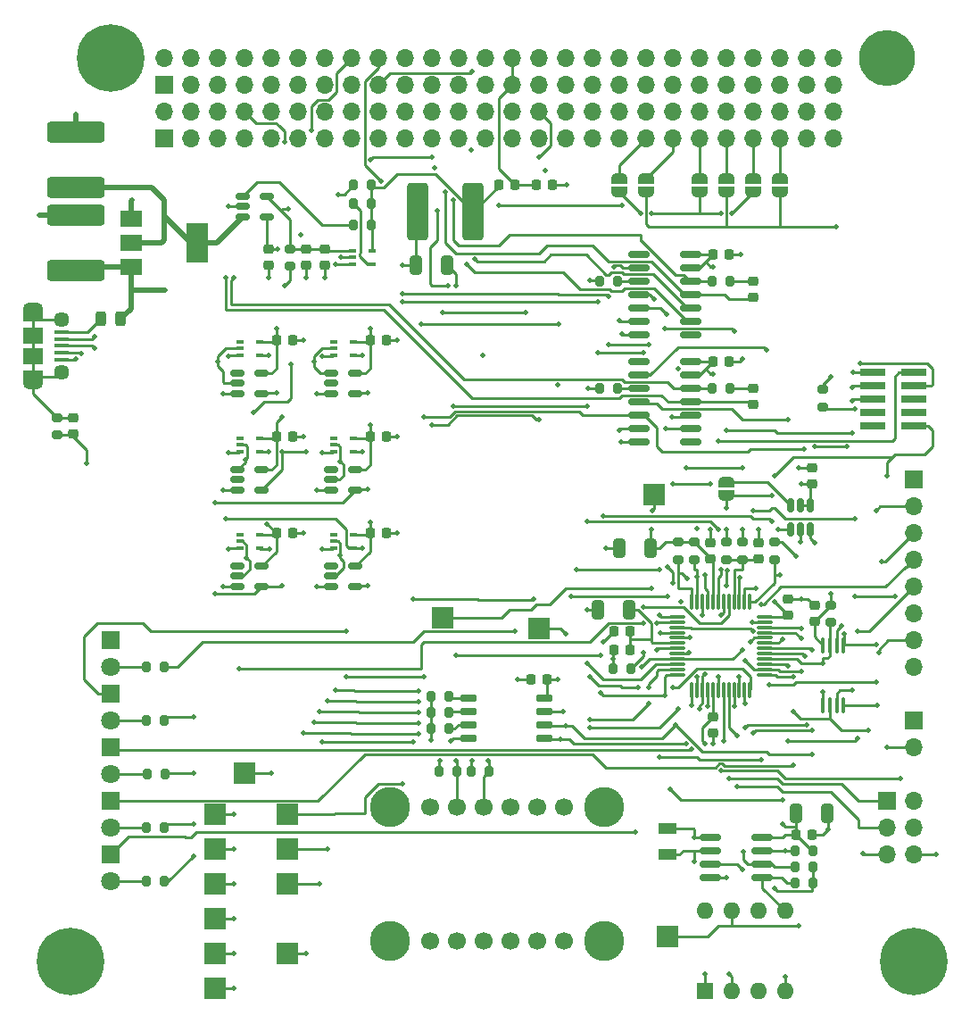
<source format=gtl>
%TF.GenerationSoftware,KiCad,Pcbnew,(6.0.4)*%
%TF.CreationDate,2022-07-08T23:35:13-04:00*%
%TF.ProjectId,Avionics_Board,4176696f-6e69-4637-935f-426f6172642e,rev?*%
%TF.SameCoordinates,Original*%
%TF.FileFunction,Copper,L1,Top*%
%TF.FilePolarity,Positive*%
%FSLAX46Y46*%
G04 Gerber Fmt 4.6, Leading zero omitted, Abs format (unit mm)*
G04 Created by KiCad (PCBNEW (6.0.4)) date 2022-07-08 23:35:13*
%MOMM*%
%LPD*%
G01*
G04 APERTURE LIST*
G04 Aperture macros list*
%AMRoundRect*
0 Rectangle with rounded corners*
0 $1 Rounding radius*
0 $2 $3 $4 $5 $6 $7 $8 $9 X,Y pos of 4 corners*
0 Add a 4 corners polygon primitive as box body*
4,1,4,$2,$3,$4,$5,$6,$7,$8,$9,$2,$3,0*
0 Add four circle primitives for the rounded corners*
1,1,$1+$1,$2,$3*
1,1,$1+$1,$4,$5*
1,1,$1+$1,$6,$7*
1,1,$1+$1,$8,$9*
0 Add four rect primitives between the rounded corners*
20,1,$1+$1,$2,$3,$4,$5,0*
20,1,$1+$1,$4,$5,$6,$7,0*
20,1,$1+$1,$6,$7,$8,$9,0*
20,1,$1+$1,$8,$9,$2,$3,0*%
%AMFreePoly0*
4,1,22,0.500000,-0.750000,0.000000,-0.750000,0.000000,-0.745033,-0.079941,-0.743568,-0.215256,-0.701293,-0.333266,-0.622738,-0.424486,-0.514219,-0.481581,-0.384460,-0.499164,-0.250000,-0.500000,-0.250000,-0.500000,0.250000,-0.499164,0.250000,-0.499963,0.256109,-0.478152,0.396186,-0.417904,0.524511,-0.324060,0.630769,-0.204165,0.706417,-0.067858,0.745374,0.000000,0.744959,0.000000,0.750000,
0.500000,0.750000,0.500000,-0.750000,0.500000,-0.750000,$1*%
%AMFreePoly1*
4,1,20,0.000000,0.744959,0.073905,0.744508,0.209726,0.703889,0.328688,0.626782,0.421226,0.519385,0.479903,0.390333,0.500000,0.250000,0.500000,-0.250000,0.499851,-0.262216,0.476331,-0.402017,0.414519,-0.529596,0.319384,-0.634700,0.198574,-0.708877,0.061801,-0.746166,0.000000,-0.745033,0.000000,-0.750000,-0.500000,-0.750000,-0.500000,0.750000,0.000000,0.750000,0.000000,0.744959,
0.000000,0.744959,$1*%
G04 Aperture macros list end*
%TA.AperFunction,SMDPad,CuDef*%
%ADD10FreePoly0,90.000000*%
%TD*%
%TA.AperFunction,SMDPad,CuDef*%
%ADD11FreePoly1,90.000000*%
%TD*%
%TA.AperFunction,ComponentPad*%
%ADD12C,6.400000*%
%TD*%
%TA.AperFunction,SMDPad,CuDef*%
%ADD13RoundRect,0.200000X0.200000X0.275000X-0.200000X0.275000X-0.200000X-0.275000X0.200000X-0.275000X0*%
%TD*%
%TA.AperFunction,SMDPad,CuDef*%
%ADD14RoundRect,0.225000X-0.250000X0.225000X-0.250000X-0.225000X0.250000X-0.225000X0.250000X0.225000X0*%
%TD*%
%TA.AperFunction,SMDPad,CuDef*%
%ADD15RoundRect,0.150000X-0.512500X-0.150000X0.512500X-0.150000X0.512500X0.150000X-0.512500X0.150000X0*%
%TD*%
%TA.AperFunction,ComponentPad*%
%ADD16R,1.700000X1.700000*%
%TD*%
%TA.AperFunction,ComponentPad*%
%ADD17O,1.700000X1.700000*%
%TD*%
%TA.AperFunction,SMDPad,CuDef*%
%ADD18R,0.650000X0.400000*%
%TD*%
%TA.AperFunction,ComponentPad*%
%ADD19R,1.800000X1.800000*%
%TD*%
%TA.AperFunction,ComponentPad*%
%ADD20C,1.800000*%
%TD*%
%TA.AperFunction,SMDPad,CuDef*%
%ADD21R,1.800000X1.000000*%
%TD*%
%TA.AperFunction,SMDPad,CuDef*%
%ADD22RoundRect,0.200000X0.275000X-0.200000X0.275000X0.200000X-0.275000X0.200000X-0.275000X-0.200000X0*%
%TD*%
%TA.AperFunction,SMDPad,CuDef*%
%ADD23R,2.000000X2.000000*%
%TD*%
%TA.AperFunction,SMDPad,CuDef*%
%ADD24RoundRect,0.075000X-0.662500X-0.075000X0.662500X-0.075000X0.662500X0.075000X-0.662500X0.075000X0*%
%TD*%
%TA.AperFunction,SMDPad,CuDef*%
%ADD25RoundRect,0.075000X-0.075000X-0.662500X0.075000X-0.662500X0.075000X0.662500X-0.075000X0.662500X0*%
%TD*%
%TA.AperFunction,SMDPad,CuDef*%
%ADD26RoundRect,0.150000X-0.825000X-0.150000X0.825000X-0.150000X0.825000X0.150000X-0.825000X0.150000X0*%
%TD*%
%TA.AperFunction,SMDPad,CuDef*%
%ADD27RoundRect,0.225000X0.250000X-0.225000X0.250000X0.225000X-0.250000X0.225000X-0.250000X-0.225000X0*%
%TD*%
%TA.AperFunction,SMDPad,CuDef*%
%ADD28RoundRect,0.225000X0.225000X0.250000X-0.225000X0.250000X-0.225000X-0.250000X0.225000X-0.250000X0*%
%TD*%
%TA.AperFunction,SMDPad,CuDef*%
%ADD29RoundRect,0.218750X0.218750X0.256250X-0.218750X0.256250X-0.218750X-0.256250X0.218750X-0.256250X0*%
%TD*%
%TA.AperFunction,SMDPad,CuDef*%
%ADD30RoundRect,0.150000X-0.650000X-0.150000X0.650000X-0.150000X0.650000X0.150000X-0.650000X0.150000X0*%
%TD*%
%TA.AperFunction,SMDPad,CuDef*%
%ADD31RoundRect,0.225000X-0.225000X-0.250000X0.225000X-0.250000X0.225000X0.250000X-0.225000X0.250000X0*%
%TD*%
%TA.AperFunction,SMDPad,CuDef*%
%ADD32RoundRect,0.250000X0.325000X0.650000X-0.325000X0.650000X-0.325000X-0.650000X0.325000X-0.650000X0*%
%TD*%
%TA.AperFunction,SMDPad,CuDef*%
%ADD33R,2.000000X1.500000*%
%TD*%
%TA.AperFunction,SMDPad,CuDef*%
%ADD34R,2.000000X3.800000*%
%TD*%
%TA.AperFunction,SMDPad,CuDef*%
%ADD35RoundRect,0.200000X-0.275000X0.200000X-0.275000X-0.200000X0.275000X-0.200000X0.275000X0.200000X0*%
%TD*%
%TA.AperFunction,SMDPad,CuDef*%
%ADD36RoundRect,0.200000X-0.200000X-0.275000X0.200000X-0.275000X0.200000X0.275000X-0.200000X0.275000X0*%
%TD*%
%TA.AperFunction,SMDPad,CuDef*%
%ADD37R,1.350000X0.400000*%
%TD*%
%TA.AperFunction,SMDPad,CuDef*%
%ADD38R,1.900000X1.200000*%
%TD*%
%TA.AperFunction,SMDPad,CuDef*%
%ADD39R,1.900000X1.500000*%
%TD*%
%TA.AperFunction,ComponentPad*%
%ADD40C,1.450000*%
%TD*%
%TA.AperFunction,ComponentPad*%
%ADD41O,1.900000X1.200000*%
%TD*%
%TA.AperFunction,SMDPad,CuDef*%
%ADD42RoundRect,0.243750X-0.243750X-0.456250X0.243750X-0.456250X0.243750X0.456250X-0.243750X0.456250X0*%
%TD*%
%TA.AperFunction,SMDPad,CuDef*%
%ADD43RoundRect,0.100000X0.100000X-0.637500X0.100000X0.637500X-0.100000X0.637500X-0.100000X-0.637500X0*%
%TD*%
%TA.AperFunction,SMDPad,CuDef*%
%ADD44RoundRect,0.250000X-0.325000X-0.650000X0.325000X-0.650000X0.325000X0.650000X-0.325000X0.650000X0*%
%TD*%
%TA.AperFunction,SMDPad,CuDef*%
%ADD45R,2.400000X0.740000*%
%TD*%
%TA.AperFunction,SMDPad,CuDef*%
%ADD46RoundRect,0.249999X2.450001X-0.737501X2.450001X0.737501X-2.450001X0.737501X-2.450001X-0.737501X0*%
%TD*%
%TA.AperFunction,SMDPad,CuDef*%
%ADD47RoundRect,0.150000X0.150000X-0.512500X0.150000X0.512500X-0.150000X0.512500X-0.150000X-0.512500X0*%
%TD*%
%TA.AperFunction,ComponentPad*%
%ADD48C,5.300000*%
%TD*%
%TA.AperFunction,ComponentPad*%
%ADD49R,1.600000X1.600000*%
%TD*%
%TA.AperFunction,ComponentPad*%
%ADD50O,1.600000X1.600000*%
%TD*%
%TA.AperFunction,ComponentPad*%
%ADD51C,1.700000*%
%TD*%
%TA.AperFunction,ComponentPad*%
%ADD52C,3.810000*%
%TD*%
%TA.AperFunction,SMDPad,CuDef*%
%ADD53FreePoly0,270.000000*%
%TD*%
%TA.AperFunction,SMDPad,CuDef*%
%ADD54FreePoly1,270.000000*%
%TD*%
%TA.AperFunction,SMDPad,CuDef*%
%ADD55RoundRect,0.218750X-0.218750X-0.256250X0.218750X-0.256250X0.218750X0.256250X-0.218750X0.256250X0*%
%TD*%
%TA.AperFunction,SMDPad,CuDef*%
%ADD56RoundRect,0.249999X0.737501X2.450001X-0.737501X2.450001X-0.737501X-2.450001X0.737501X-2.450001X0*%
%TD*%
%TA.AperFunction,ViaPad*%
%ADD57C,0.508000*%
%TD*%
%TA.AperFunction,Conductor*%
%ADD58C,0.254000*%
%TD*%
%TA.AperFunction,Conductor*%
%ADD59C,0.508000*%
%TD*%
G04 APERTURE END LIST*
D10*
%TO.P,JP2,1,A*%
%TO.N,/SDA_EXT*%
X119380000Y-81300000D03*
D11*
%TO.P,JP2,2,B*%
%TO.N,/Radio_SDA*%
X119380000Y-80000000D03*
%TD*%
D12*
%TO.P,H5,*%
%TO.N,GND*%
X147320000Y-154310000D03*
%TD*%
D13*
%TO.P,R14,1*%
%TO.N,/eFuse/3V3_IN_FILT*%
X95821000Y-84460000D03*
%TO.P,R14,2*%
%TO.N,Net-(R14-Pad2)*%
X94171000Y-84460000D03*
%TD*%
D14*
%TO.P,C18,1*%
%TO.N,+3V3*%
X128270000Y-131051000D03*
%TO.P,C18,2*%
%TO.N,GND*%
X128270000Y-132601000D03*
%TD*%
D15*
%TO.P,U24,1,NC*%
%TO.N,unconnected-(U24-Pad1)*%
X92080500Y-116784000D03*
%TO.P,U24,2,A*%
%TO.N,/STATES_C_Int*%
X92080500Y-117734000D03*
%TO.P,U24,3,GND*%
%TO.N,GND*%
X92080500Y-118684000D03*
%TO.P,U24,4,y*%
%TO.N,/STATES_C*%
X94355500Y-118684000D03*
%TO.P,U24,5,Vcc*%
%TO.N,+3V3*%
X94355500Y-116784000D03*
%TD*%
D16*
%TO.P,H1,1,Pin_1*%
%TO.N,unconnected-(H1-Pad1)*%
X76200000Y-76200000D03*
D17*
%TO.P,H1,2,Pin_2*%
%TO.N,unconnected-(H1-Pad2)*%
X76200000Y-73660000D03*
%TO.P,H1,3,Pin_3*%
%TO.N,GND*%
X78740000Y-76200000D03*
%TO.P,H1,4,Pin_4*%
%TO.N,unconnected-(H1-Pad4)*%
X78740000Y-73650000D03*
%TO.P,H1,5,Pin_5*%
%TO.N,/PAYLOAD_RXD+*%
X81280000Y-76200000D03*
%TO.P,H1,6,Pin_6*%
%TO.N,/PAYLOAD_TXD+*%
X81280000Y-73650000D03*
%TO.P,H1,7,Pin_7*%
%TO.N,/PAYLOAD_RXD-*%
X83820000Y-76200000D03*
%TO.P,H1,8,Pin_8*%
%TO.N,/PAYLOAD_TXD-*%
X83820000Y-73650000D03*
%TO.P,H1,9,Pin_9*%
%TO.N,/RADIO_RXD+*%
X86360000Y-76200000D03*
%TO.P,H1,10,Pin_10*%
%TO.N,/RADIO_TXD+*%
X86360000Y-73650000D03*
%TO.P,H1,11,Pin_11*%
%TO.N,/RADIO_RXD-*%
X88900000Y-76200000D03*
%TO.P,H1,12,Pin_12*%
%TO.N,/RADIO_TXD-*%
X88900000Y-73650000D03*
%TO.P,H1,13,Pin_13*%
%TO.N,GND*%
X91440000Y-76200000D03*
%TO.P,H1,14,Pin_14*%
%TO.N,unconnected-(H1-Pad14)*%
X91440000Y-73650000D03*
%TO.P,H1,15,Pin_15*%
%TO.N,unconnected-(H1-Pad15)*%
X93980000Y-76200000D03*
%TO.P,H1,16,Pin_16*%
%TO.N,unconnected-(H1-Pad16)*%
X93980000Y-73650000D03*
%TO.P,H1,17,Pin_17*%
%TO.N,unconnected-(H1-Pad17)*%
X96520000Y-76200000D03*
%TO.P,H1,18,Pin_18*%
%TO.N,unconnected-(H1-Pad18)*%
X96520000Y-73650000D03*
%TO.P,H1,19,Pin_19*%
%TO.N,unconnected-(H1-Pad19)*%
X99060000Y-76200000D03*
%TO.P,H1,20,Pin_20*%
%TO.N,unconnected-(H1-Pad20)*%
X99060000Y-73650000D03*
%TO.P,H1,21,Pin_21*%
%TO.N,unconnected-(H1-Pad21)*%
X101600000Y-76200000D03*
%TO.P,H1,22,Pin_22*%
%TO.N,unconnected-(H1-Pad22)*%
X101600000Y-73650000D03*
%TO.P,H1,23,Pin_23*%
%TO.N,unconnected-(H1-Pad23)*%
X104140000Y-76200000D03*
%TO.P,H1,24,Pin_24*%
%TO.N,unconnected-(H1-Pad24)*%
X104140000Y-73650000D03*
%TO.P,H1,25,Pin_25*%
%TO.N,unconnected-(H1-Pad25)*%
X106680000Y-76200000D03*
%TO.P,H1,26,Pin_26*%
%TO.N,unconnected-(H1-Pad26)*%
X106680000Y-73650000D03*
%TO.P,H1,27,Pin_27*%
%TO.N,unconnected-(H1-Pad27)*%
X109220000Y-76200000D03*
%TO.P,H1,28,Pin_28*%
%TO.N,/EPS_RESET*%
X109220000Y-73650000D03*
%TO.P,H1,29,Pin_29*%
%TO.N,unconnected-(H1-Pad29)*%
X111760000Y-76200000D03*
%TO.P,H1,30,Pin_30*%
%TO.N,/V_RTC*%
X111760000Y-73650000D03*
%TO.P,H1,31,Pin_31*%
%TO.N,unconnected-(H1-Pad31)*%
X114300000Y-76200000D03*
%TO.P,H1,32,Pin_32*%
%TO.N,/EPS_5V_USB*%
X114300000Y-73650000D03*
%TO.P,H1,33,Pin_33*%
%TO.N,unconnected-(H1-Pad33)*%
X116840000Y-76200000D03*
%TO.P,H1,34,Pin_34*%
%TO.N,unconnected-(H1-Pad34)*%
X116840000Y-73650000D03*
%TO.P,H1,35,Pin_35*%
%TO.N,unconnected-(H1-Pad35)*%
X119380000Y-76200000D03*
%TO.P,H1,36,Pin_36*%
%TO.N,unconnected-(H1-Pad36)*%
X119380000Y-73650000D03*
%TO.P,H1,37,Pin_37*%
%TO.N,/Radio_SDA*%
X121920000Y-76200000D03*
%TO.P,H1,38,Pin_38*%
%TO.N,GND*%
X121920000Y-73650000D03*
%TO.P,H1,39,Pin_39*%
%TO.N,/Radio_SCLK*%
X124460000Y-76200000D03*
%TO.P,H1,40,Pin_40*%
%TO.N,unconnected-(H1-Pad40)*%
X124460000Y-73650000D03*
%TO.P,H1,41,Pin_41*%
%TO.N,/Power_SDA*%
X127000000Y-76200000D03*
%TO.P,H1,42,Pin_42*%
%TO.N,GND*%
X127000000Y-73650000D03*
%TO.P,H1,43,Pin_43*%
%TO.N,/Power_SCLK*%
X129540000Y-76200000D03*
%TO.P,H1,44,Pin_44*%
%TO.N,unconnected-(H1-Pad44)*%
X129540000Y-73650000D03*
%TO.P,H1,45,Pin_45*%
%TO.N,/PLD_SDA*%
X132080000Y-76200000D03*
%TO.P,H1,46,Pin_46*%
%TO.N,GND*%
X132080000Y-73650000D03*
%TO.P,H1,47,Pin_47*%
%TO.N,/PLD_SCLK*%
X134620000Y-76200000D03*
%TO.P,H1,48,Pin_48*%
%TO.N,unconnected-(H1-Pad48)*%
X134620000Y-73650000D03*
%TO.P,H1,49,Pin_49*%
%TO.N,unconnected-(H1-Pad49)*%
X137160000Y-76200000D03*
%TO.P,H1,50,Pin_50*%
%TO.N,GND*%
X137160000Y-73650000D03*
%TO.P,H1,51,Pin_51*%
%TO.N,unconnected-(H1-Pad51)*%
X139700000Y-76200000D03*
%TO.P,H1,52,Pin_52*%
%TO.N,unconnected-(H1-Pad52)*%
X139700000Y-73650000D03*
%TD*%
D18*
%TO.P,U13,1,NC*%
%TO.N,unconnected-(U13-Pad1)*%
X83378000Y-113782000D03*
%TO.P,U13,2,A*%
%TO.N,/STATES_B_Int*%
X83378000Y-114432000D03*
%TO.P,U13,3,GND*%
%TO.N,GND*%
X83378000Y-115082000D03*
%TO.P,U13,4,y*%
%TO.N,/STATES_B*%
X85278000Y-115082000D03*
%TO.P,U13,5,Vcc*%
%TO.N,+3V3*%
X85278000Y-113782000D03*
%TD*%
D13*
%TO.P,R7,1*%
%TO.N,Net-(R7-Pad1)*%
X103187000Y-132212000D03*
%TO.P,R7,2*%
%TO.N,GND*%
X101537000Y-132212000D03*
%TD*%
D19*
%TO.P,D1,1,K*%
%TO.N,/PAYLOAD_RXD*%
X71120000Y-144150000D03*
D20*
%TO.P,D1,2,A*%
%TO.N,Net-(D1-Pad2)*%
X71120000Y-146690000D03*
%TD*%
D13*
%TO.P,R11,1*%
%TO.N,+3V3*%
X137731000Y-145288000D03*
%TO.P,R11,2*%
%TO.N,/SCL_CRIT*%
X136081000Y-145288000D03*
%TD*%
D21*
%TO.P,Y1,1,1*%
%TO.N,Net-(U3-Pad1)*%
X123952000Y-141630000D03*
%TO.P,Y1,2,2*%
%TO.N,Net-(U3-Pad2)*%
X123952000Y-144130000D03*
%TD*%
D22*
%TO.P,R23,1*%
%TO.N,Net-(C13-Pad1)*%
X129540000Y-116141000D03*
%TO.P,R23,2*%
%TO.N,/~{RESET}*%
X129540000Y-114491000D03*
%TD*%
D23*
%TO.P,TP6,1,1*%
%TO.N,/GPIO13*%
X81026000Y-156850000D03*
%TD*%
D15*
%TO.P,U7,1,EN*%
%TO.N,Net-(R14-Pad2)*%
X83698500Y-81732000D03*
%TO.P,U7,2,GND*%
%TO.N,GND*%
X83698500Y-82682000D03*
%TO.P,U7,3,IN2*%
%TO.N,/3V3_USB*%
X83698500Y-83632000D03*
%TO.P,U7,4,OUT*%
%TO.N,+3V3*%
X85973500Y-83632000D03*
%TO.P,U7,5,IN1*%
%TO.N,Net-(C7-Pad1)*%
X85973500Y-81732000D03*
%TD*%
D18*
%TO.P,U21,1,NC*%
%TO.N,unconnected-(U21-Pad1)*%
X92268000Y-104638000D03*
%TO.P,U21,2,A*%
%TO.N,/STATES_A_Int*%
X92268000Y-105288000D03*
%TO.P,U21,3,GND*%
%TO.N,GND*%
X92268000Y-105938000D03*
%TO.P,U21,4,y*%
%TO.N,/STATES_A*%
X94168000Y-105938000D03*
%TO.P,U21,5,Vcc*%
%TO.N,+3V3*%
X94168000Y-104638000D03*
%TD*%
D24*
%TO.P,U9,1,PA00*%
%TO.N,/Microcontroller/X1*%
X124869500Y-121588000D03*
%TO.P,U9,2,PA01*%
%TO.N,/Microcontroller/X2*%
X124869500Y-122088000D03*
%TO.P,U9,3,PA02*%
%TO.N,/GPIO_A*%
X124869500Y-122588000D03*
%TO.P,U9,4,PA03*%
%TO.N,/Microcontroller/AREF*%
X124869500Y-123088000D03*
%TO.P,U9,5,GNDANA*%
%TO.N,GND*%
X124869500Y-123588000D03*
%TO.P,U9,6,VDDANA*%
%TO.N,Net-(C15-Pad1)*%
X124869500Y-124088000D03*
%TO.P,U9,7,PB08*%
%TO.N,/GPIO13*%
X124869500Y-124588000D03*
%TO.P,U9,8,PB09*%
%TO.N,/GPIO12*%
X124869500Y-125088000D03*
%TO.P,U9,9,PA04*%
%TO.N,/PLD_ON_A_Int*%
X124869500Y-125588000D03*
%TO.P,U9,10,PA05*%
%TO.N,/PLD_ON_B_Int*%
X124869500Y-126088000D03*
%TO.P,U9,11,PA06*%
%TO.N,/PLD_ON_C_Int*%
X124869500Y-126588000D03*
%TO.P,U9,12,PA07*%
%TO.N,/STATES_A_Int*%
X124869500Y-127088000D03*
D25*
%TO.P,U9,13,PA08*%
%TO.N,/SDA_NON_CRIT*%
X126282000Y-128500500D03*
%TO.P,U9,14,PA09*%
%TO.N,/SCL_NON_CRIT*%
X126782000Y-128500500D03*
%TO.P,U9,15,PA10*%
%TO.N,/PAYLOAD_TXD*%
X127282000Y-128500500D03*
%TO.P,U9,16,PA11*%
%TO.N,/PAYLOAD_RXD*%
X127782000Y-128500500D03*
%TO.P,U9,17,VDDIO*%
%TO.N,+3V3*%
X128282000Y-128500500D03*
%TO.P,U9,18,GND*%
%TO.N,GND*%
X128782000Y-128500500D03*
%TO.P,U9,19,PB10*%
%TO.N,/MOSI*%
X129282000Y-128500500D03*
%TO.P,U9,20,PB11*%
%TO.N,/SCK*%
X129782000Y-128500500D03*
%TO.P,U9,21,PA12*%
%TO.N,/MISO*%
X130282000Y-128500500D03*
%TO.P,U9,22,PA13*%
%TO.N,/EN_PAYLOAD_SERIAL*%
X130782000Y-128500500D03*
%TO.P,U9,23,PA14*%
%TO.N,/STATES_B_Int*%
X131282000Y-128500500D03*
%TO.P,U9,24,PA15*%
%TO.N,/STATES_C_Int*%
X131782000Y-128500500D03*
D24*
%TO.P,U9,25,PA16*%
%TO.N,/RADIO_TXD*%
X133194500Y-127088000D03*
%TO.P,U9,26,PA17*%
%TO.N,/RADIO_RXD*%
X133194500Y-126588000D03*
%TO.P,U9,27,PA18*%
%TO.N,/EN_RADIO_SERIAL*%
X133194500Y-126088000D03*
%TO.P,U9,28,PA19*%
%TO.N,/EN_EXT_I2C*%
X133194500Y-125588000D03*
%TO.P,U9,29,PA20*%
%TO.N,/TXD2*%
X133194500Y-125088000D03*
%TO.P,U9,30,PA21*%
%TO.N,/RXD2*%
X133194500Y-124588000D03*
%TO.P,U9,31,PA22*%
%TO.N,/SDA_CRIT*%
X133194500Y-124088000D03*
%TO.P,U9,32,PA23*%
%TO.N,/SCL_CRIT*%
X133194500Y-123588000D03*
%TO.P,U9,33,PA24*%
%TO.N,/Microcontroller/USB_D-*%
X133194500Y-123088000D03*
%TO.P,U9,34,PA25*%
%TO.N,/Microcontroller/USB_D+*%
X133194500Y-122588000D03*
%TO.P,U9,35,GND*%
%TO.N,GND*%
X133194500Y-122088000D03*
%TO.P,U9,36,VDDIO*%
%TO.N,+3V3*%
X133194500Y-121588000D03*
D25*
%TO.P,U9,37,PB22*%
%TO.N,/SHUTDOWN_C*%
X131782000Y-120175500D03*
%TO.P,U9,38,PB23*%
%TO.N,/WDTICK*%
X131282000Y-120175500D03*
%TO.P,U9,39,PA27*%
%TO.N,/Microcontroller/TXLED*%
X130782000Y-120175500D03*
%TO.P,U9,40,~{RESET}*%
%TO.N,Net-(C13-Pad1)*%
X130282000Y-120175500D03*
%TO.P,U9,41,PA28*%
%TO.N,/Microcontroller/USB_HOST_EN*%
X129782000Y-120175500D03*
%TO.P,U9,42,GND*%
%TO.N,GND*%
X129282000Y-120175500D03*
%TO.P,U9,43,VDDCORE*%
%TO.N,Net-(C14-Pad1)*%
X128782000Y-120175500D03*
%TO.P,U9,44,VDDIN*%
%TO.N,+3V3*%
X128282000Y-120175500D03*
%TO.P,U9,45,PA30*%
%TO.N,/Microcontroller/SWCLK*%
X127782000Y-120175500D03*
%TO.P,U9,46,PA31*%
%TO.N,/Microcontroller/RX_LED_SWDIO*%
X127282000Y-120175500D03*
%TO.P,U9,47,PB02*%
%TO.N,/SHUTDOWN_A*%
X126782000Y-120175500D03*
%TO.P,U9,48,PB03*%
%TO.N,/SHUTDOWN_B*%
X126282000Y-120175500D03*
%TD*%
D23*
%TO.P,TP12,1,1*%
%TO.N,+3V3*%
X83820000Y-136398000D03*
%TD*%
D13*
%TO.P,R18,1*%
%TO.N,+3V3*%
X76200000Y-141610000D03*
%TO.P,R18,2*%
%TO.N,Net-(D2-Pad2)*%
X74550000Y-141610000D03*
%TD*%
D26*
%TO.P,U3,1,X1*%
%TO.N,Net-(U3-Pad1)*%
X128016000Y-142499000D03*
%TO.P,U3,2,X2*%
%TO.N,Net-(U3-Pad2)*%
X128016000Y-143769000D03*
%TO.P,U3,3,VBAT*%
%TO.N,Net-(U3-Pad3)*%
X128016000Y-145039000D03*
%TO.P,U3,4,GND*%
%TO.N,GND*%
X128016000Y-146309000D03*
%TO.P,U3,5,SDA*%
%TO.N,/SDA_CRIT*%
X132966000Y-146309000D03*
%TO.P,U3,6,SCL*%
%TO.N,/SCL_CRIT*%
X132966000Y-145039000D03*
%TO.P,U3,7,SQW/OUT*%
%TO.N,Net-(R12-Pad2)*%
X132966000Y-143769000D03*
%TO.P,U3,8,VCC*%
%TO.N,+3V3*%
X132966000Y-142499000D03*
%TD*%
D18*
%TO.P,U19,1,NC*%
%TO.N,unconnected-(U19-Pad1)*%
X92268000Y-95494000D03*
%TO.P,U19,2,A*%
%TO.N,/PLD_ON_B_Int*%
X92268000Y-96144000D03*
%TO.P,U19,3,GND*%
%TO.N,GND*%
X92268000Y-96794000D03*
%TO.P,U19,4,y*%
%TO.N,/PAYLOAD_ON_B*%
X94168000Y-96794000D03*
%TO.P,U19,5,Vcc*%
%TO.N,+3V3*%
X94168000Y-95494000D03*
%TD*%
D13*
%TO.P,R15,1*%
%TO.N,/eFuse/3V3_IN_FILT*%
X95821000Y-80650000D03*
%TO.P,R15,2*%
%TO.N,Net-(R15-Pad2)*%
X94171000Y-80650000D03*
%TD*%
D23*
%TO.P,TP14,1,1*%
%TO.N,/Microcontroller/X2*%
X102616000Y-121666000D03*
%TD*%
D12*
%TO.P,H3,*%
%TO.N,GND*%
X71120000Y-68580000D03*
%TD*%
D27*
%TO.P,C21,1*%
%TO.N,+3V3*%
X137922000Y-122065000D03*
%TO.P,C21,2*%
%TO.N,GND*%
X137922000Y-120515000D03*
%TD*%
D23*
%TO.P,TP5,1,1*%
%TO.N,/RXD2*%
X81026000Y-153548000D03*
%TD*%
D28*
%TO.P,C31,1*%
%TO.N,GND*%
X97295000Y-113670000D03*
%TO.P,C31,2*%
%TO.N,+3V3*%
X95745000Y-113670000D03*
%TD*%
D16*
%TO.P,J1,1,Pin_1*%
%TO.N,+3V3*%
X147320000Y-108590000D03*
D17*
%TO.P,J1,2,Pin_2*%
%TO.N,/SDA_NON_CRIT*%
X147320000Y-111130000D03*
%TO.P,J1,3,Pin_3*%
%TO.N,/SCL_NON_CRIT*%
X147320000Y-113670000D03*
%TO.P,J1,4,Pin_4*%
%TO.N,/PLD_ON_A_Int*%
X147320000Y-116210000D03*
%TO.P,J1,5,Pin_5*%
%TO.N,/STATES_A_Int*%
X147320000Y-118750000D03*
%TO.P,J1,6,Pin_6*%
%TO.N,/SHUTDOWN_A*%
X147320000Y-121290000D03*
%TO.P,J1,7,Pin_7*%
%TO.N,/GPIO_A*%
X147320000Y-123830000D03*
%TO.P,J1,8,Pin_8*%
%TO.N,GND*%
X147320000Y-126370000D03*
%TD*%
D13*
%TO.P,R4,1*%
%TO.N,/GPIO12*%
X120459000Y-126492000D03*
%TO.P,R4,2*%
%TO.N,+3V3*%
X118809000Y-126492000D03*
%TD*%
D23*
%TO.P,TP15,1,1*%
%TO.N,/Microcontroller/AREF*%
X111760000Y-122682000D03*
%TD*%
D29*
%TO.P,L1,1,1*%
%TO.N,/3V3_IN*%
X109499500Y-80650000D03*
%TO.P,L1,2,2*%
%TO.N,/eFuse/3V3_IN_FILT*%
X107924500Y-80650000D03*
%TD*%
D23*
%TO.P,TP8,1,1*%
%TO.N,/V_RTC*%
X87884000Y-143642000D03*
%TD*%
D13*
%TO.P,R5,1*%
%TO.N,Net-(R5-Pad1)*%
X103187000Y-129164000D03*
%TO.P,R5,2*%
%TO.N,GND*%
X101537000Y-129164000D03*
%TD*%
D14*
%TO.P,C25,1*%
%TO.N,Net-(C25-Pad1)*%
X132080000Y-99941000D03*
%TO.P,C25,2*%
%TO.N,/RADIO_RXD-*%
X132080000Y-101491000D03*
%TD*%
D13*
%TO.P,R27,1*%
%TO.N,Net-(R27-Pad1)*%
X119189000Y-89794000D03*
%TO.P,R27,2*%
%TO.N,GND*%
X117539000Y-89794000D03*
%TD*%
D12*
%TO.P,H6,*%
%TO.N,GND*%
X67310000Y-154305000D03*
%TD*%
D30*
%TO.P,U1,1,A0*%
%TO.N,Net-(R5-Pad1)*%
X105112000Y-129291000D03*
%TO.P,U1,2,A1*%
%TO.N,Net-(R6-Pad1)*%
X105112000Y-130561000D03*
%TO.P,U1,3,A2*%
%TO.N,Net-(R7-Pad1)*%
X105112000Y-131831000D03*
%TO.P,U1,4,Vss*%
%TO.N,GND*%
X105112000Y-133101000D03*
%TO.P,U1,5,SDA*%
%TO.N,/SDA_NON_CRIT*%
X112312000Y-133101000D03*
%TO.P,U1,6,SCL*%
%TO.N,/SCL_NON_CRIT*%
X112312000Y-131831000D03*
%TO.P,U1,7,WP*%
%TO.N,GND*%
X112312000Y-130561000D03*
%TO.P,U1,8,Vdd*%
%TO.N,+3V3*%
X112312000Y-129291000D03*
%TD*%
D22*
%TO.P,R2,1*%
%TO.N,/SHUTDOWN_B*%
X124968000Y-116141000D03*
%TO.P,R2,2*%
%TO.N,+3V3*%
X124968000Y-114491000D03*
%TD*%
D26*
%TO.P,U12,1,NC*%
%TO.N,unconnected-(U12-Pad1)*%
X121223000Y-97414000D03*
%TO.P,U12,2,R*%
%TO.N,/RADIO_RXD*%
X121223000Y-98684000D03*
%TO.P,U12,3,RE*%
%TO.N,Net-(R28-Pad1)*%
X121223000Y-99954000D03*
%TO.P,U12,4,DE*%
%TO.N,/EN_RADIO_SERIAL*%
X121223000Y-101224000D03*
%TO.P,U12,5,D*%
%TO.N,/RADIO_TXD*%
X121223000Y-102494000D03*
%TO.P,U12,6,GND*%
%TO.N,GND*%
X121223000Y-103764000D03*
%TO.P,U12,7,GND*%
X121223000Y-105034000D03*
%TO.P,U12,8,NC*%
%TO.N,unconnected-(U12-Pad8)*%
X126173000Y-105034000D03*
%TO.P,U12,9,Y*%
%TO.N,/RADIO_TXD+*%
X126173000Y-103764000D03*
%TO.P,U12,10,Z*%
%TO.N,/RADIO_TXD-*%
X126173000Y-102494000D03*
%TO.P,U12,11,B*%
%TO.N,/RADIO_RXD-*%
X126173000Y-101224000D03*
%TO.P,U12,12,A*%
%TO.N,/RADIO_RXD+*%
X126173000Y-99954000D03*
%TO.P,U12,13,Vcc*%
%TO.N,+3V3*%
X126173000Y-98684000D03*
%TO.P,U12,14,Vcc*%
X126173000Y-97414000D03*
%TD*%
D23*
%TO.P,TP2,1,1*%
%TO.N,/MISO*%
X81026000Y-143642000D03*
%TD*%
%TO.P,TP3,1,1*%
%TO.N,/SCK*%
X81026000Y-146944000D03*
%TD*%
D14*
%TO.P,C7,1*%
%TO.N,Net-(C7-Pad1)*%
X91440000Y-86720000D03*
%TO.P,C7,2*%
%TO.N,GND*%
X91440000Y-88270000D03*
%TD*%
D19*
%TO.P,D4,1,K*%
%TO.N,/RADIO_TXD*%
X71120000Y-128910000D03*
D20*
%TO.P,D4,2,A*%
%TO.N,Net-(D4-Pad2)*%
X71120000Y-131450000D03*
%TD*%
D31*
%TO.P,C1,1*%
%TO.N,GND*%
X110985000Y-127508000D03*
%TO.P,C1,2*%
%TO.N,+3V3*%
X112535000Y-127508000D03*
%TD*%
D32*
%TO.P,C14,1*%
%TO.N,Net-(C14-Pad1)*%
X103075000Y-88270000D03*
%TO.P,C14,2*%
%TO.N,GND*%
X100125000Y-88270000D03*
%TD*%
D14*
%TO.P,C8,1*%
%TO.N,Net-(C7-Pad1)*%
X89662000Y-86733000D03*
%TO.P,C8,2*%
%TO.N,GND*%
X89662000Y-88283000D03*
%TD*%
D33*
%TO.P,U8,1,GND*%
%TO.N,GND*%
X73050000Y-83806000D03*
D34*
%TO.P,U8,2,VO*%
%TO.N,/3V3_USB*%
X79350000Y-86106000D03*
D33*
X73050000Y-86106000D03*
%TO.P,U8,3,VI*%
%TO.N,+5V*%
X73050000Y-88406000D03*
%TD*%
D13*
%TO.P,R17,1*%
%TO.N,+3V3*%
X76200000Y-146690000D03*
%TO.P,R17,2*%
%TO.N,Net-(D1-Pad2)*%
X74550000Y-146690000D03*
%TD*%
D35*
%TO.P,R19,1*%
%TO.N,Net-(C10-Pad1)*%
X66040000Y-102685000D03*
%TO.P,R19,2*%
%TO.N,GND*%
X66040000Y-104335000D03*
%TD*%
D36*
%TO.P,R22,1*%
%TO.N,Net-(D5-Pad2)*%
X74550000Y-126370000D03*
%TO.P,R22,2*%
%TO.N,/Microcontroller/TXLED*%
X76200000Y-126370000D03*
%TD*%
D13*
%TO.P,R13,1*%
%TO.N,/eFuse/3V3_IN_FILT*%
X95821000Y-82428000D03*
%TO.P,R13,2*%
%TO.N,/eFuse/~SHUTDOWN*%
X94171000Y-82428000D03*
%TD*%
D15*
%TO.P,U18,1,NC*%
%TO.N,/PLD_ON_C_Int*%
X83190500Y-107640000D03*
%TO.P,U18,2,A*%
%TO.N,unconnected-(U18-Pad2)*%
X83190500Y-108590000D03*
%TO.P,U18,3,GND*%
%TO.N,GND*%
X83190500Y-109540000D03*
%TO.P,U18,4,y*%
%TO.N,/PAYLOAD_ON_C*%
X85465500Y-109540000D03*
%TO.P,U18,5,Vcc*%
%TO.N,+3V3*%
X85465500Y-107640000D03*
%TD*%
D26*
%TO.P,U11,1,NC*%
%TO.N,unconnected-(U11-Pad1)*%
X121223000Y-87254000D03*
%TO.P,U11,2,R*%
%TO.N,/PAYLOAD_RXD*%
X121223000Y-88524000D03*
%TO.P,U11,3,RE*%
%TO.N,Net-(R27-Pad1)*%
X121223000Y-89794000D03*
%TO.P,U11,4,DE*%
%TO.N,/EN_PAYLOAD_SERIAL*%
X121223000Y-91064000D03*
%TO.P,U11,5,D*%
%TO.N,/PAYLOAD_TXD*%
X121223000Y-92334000D03*
%TO.P,U11,6,GND*%
%TO.N,GND*%
X121223000Y-93604000D03*
%TO.P,U11,7,GND*%
X121223000Y-94874000D03*
%TO.P,U11,8,NC*%
%TO.N,unconnected-(U11-Pad8)*%
X126173000Y-94874000D03*
%TO.P,U11,9,Y*%
%TO.N,/PAYLOAD_TXD+*%
X126173000Y-93604000D03*
%TO.P,U11,10,Z*%
%TO.N,/PAYLOAD_TXD-*%
X126173000Y-92334000D03*
%TO.P,U11,11,B*%
%TO.N,/PAYLOAD_RXD-*%
X126173000Y-91064000D03*
%TO.P,U11,12,A*%
%TO.N,/PAYLOAD_RXD+*%
X126173000Y-89794000D03*
%TO.P,U11,13,Vcc*%
%TO.N,+3V3*%
X126173000Y-88524000D03*
%TO.P,U11,14,Vcc*%
X126173000Y-87254000D03*
%TD*%
D37*
%TO.P,J2,1,VBUS*%
%TO.N,Net-(F1-Pad1)*%
X66479400Y-94590000D03*
%TO.P,J2,2,D-*%
%TO.N,/Microcontroller/USB_D-*%
X66479400Y-95240000D03*
%TO.P,J2,3,D+*%
%TO.N,/Microcontroller/USB_D+*%
X66479400Y-95890000D03*
%TO.P,J2,4,ID*%
%TO.N,/Microcontroller/USB_HOST_EN*%
X66479400Y-96540000D03*
%TO.P,J2,5,GND*%
%TO.N,GND*%
X66479400Y-97190000D03*
D38*
%TO.P,J2,6,Shield*%
%TO.N,Net-(C10-Pad1)*%
X63779400Y-92990000D03*
X63779400Y-98790000D03*
D39*
X63779400Y-96890000D03*
D40*
X66479400Y-93390000D03*
X66479400Y-98390000D03*
D41*
X63779400Y-92390000D03*
X63779400Y-99390000D03*
D39*
X63779400Y-94890000D03*
%TD*%
D14*
%TO.P,C10,1*%
%TO.N,Net-(C10-Pad1)*%
X67564000Y-102730000D03*
%TO.P,C10,2*%
%TO.N,GND*%
X67564000Y-104280000D03*
%TD*%
%TO.P,C9,1*%
%TO.N,+3V3*%
X86106000Y-86733000D03*
%TO.P,C9,2*%
%TO.N,GND*%
X86106000Y-88283000D03*
%TD*%
D31*
%TO.P,C23,1*%
%TO.N,+3V3*%
X128257000Y-97414000D03*
%TO.P,C23,2*%
%TO.N,GND*%
X129807000Y-97414000D03*
%TD*%
D23*
%TO.P,TP13,1,1*%
%TO.N,/Microcontroller/X1*%
X122682000Y-109982000D03*
%TD*%
D19*
%TO.P,D2,1,K*%
%TO.N,/RADIO_RXD*%
X71120000Y-139070000D03*
D20*
%TO.P,D2,2,A*%
%TO.N,Net-(D2-Pad2)*%
X71120000Y-141610000D03*
%TD*%
D28*
%TO.P,C30,1*%
%TO.N,GND*%
X97295000Y-104526000D03*
%TO.P,C30,2*%
%TO.N,+3V3*%
X95745000Y-104526000D03*
%TD*%
D42*
%TO.P,F1,1*%
%TO.N,Net-(F1-Pad1)*%
X70182500Y-93350000D03*
%TO.P,F1,2*%
%TO.N,+5V*%
X72057500Y-93350000D03*
%TD*%
D31*
%TO.P,C22,1*%
%TO.N,+3V3*%
X128257000Y-87254000D03*
%TO.P,C22,2*%
%TO.N,GND*%
X129807000Y-87254000D03*
%TD*%
D23*
%TO.P,TP1,1,1*%
%TO.N,/MOSI*%
X81026000Y-140340000D03*
%TD*%
D13*
%TO.P,R9,1*%
%TO.N,/SCL_NON_CRIT*%
X106997000Y-136276000D03*
%TO.P,R9,2*%
%TO.N,+3V3*%
X105347000Y-136276000D03*
%TD*%
D18*
%TO.P,U15,1,NC*%
%TO.N,unconnected-(U15-Pad1)*%
X83378000Y-95494000D03*
%TO.P,U15,2,A*%
%TO.N,/PLD_ON_A_Int*%
X83378000Y-96144000D03*
%TO.P,U15,3,GND*%
%TO.N,GND*%
X83378000Y-96794000D03*
%TO.P,U15,4,y*%
%TO.N,/PAYLOAD_ON_A*%
X85278000Y-96794000D03*
%TO.P,U15,5,Vcc*%
%TO.N,+3V3*%
X85278000Y-95494000D03*
%TD*%
D27*
%TO.P,C19,1*%
%TO.N,+3V3*%
X135382000Y-121425000D03*
%TO.P,C19,2*%
%TO.N,GND*%
X135382000Y-119875000D03*
%TD*%
D35*
%TO.P,R16,1*%
%TO.N,Net-(C7-Pad1)*%
X88138000Y-86683000D03*
%TO.P,R16,2*%
%TO.N,GND*%
X88138000Y-88333000D03*
%TD*%
D43*
%TO.P,U10,1,1OE*%
%TO.N,/EN_EXT_I2C*%
X138725000Y-129994500D03*
%TO.P,U10,2,1A*%
%TO.N,/SDA_NON_CRIT*%
X139375000Y-129994500D03*
%TO.P,U10,3,1B*%
%TO.N,/SDA_EXT*%
X140025000Y-129994500D03*
%TO.P,U10,4,GND*%
%TO.N,GND*%
X140675000Y-129994500D03*
%TO.P,U10,5,2A*%
%TO.N,/SCL_NON_CRIT*%
X140675000Y-124269500D03*
%TO.P,U10,6,2B*%
%TO.N,/SCL_EXT*%
X140025000Y-124269500D03*
%TO.P,U10,7,2OE*%
%TO.N,/EN_EXT_I2C*%
X139375000Y-124269500D03*
%TO.P,U10,8,Vcc*%
%TO.N,+3V3*%
X138725000Y-124269500D03*
%TD*%
D44*
%TO.P,C16,1*%
%TO.N,GND*%
X117397000Y-120904000D03*
%TO.P,C16,2*%
%TO.N,Net-(C15-Pad1)*%
X120347000Y-120904000D03*
%TD*%
D22*
%TO.P,R1,1*%
%TO.N,/SHUTDOWN_A*%
X126492000Y-116141000D03*
%TO.P,R1,2*%
%TO.N,+3V3*%
X126492000Y-114491000D03*
%TD*%
D35*
%TO.P,R26,1*%
%TO.N,+3V3*%
X139446000Y-120465000D03*
%TO.P,R26,2*%
%TO.N,/EN_EXT_I2C*%
X139446000Y-122115000D03*
%TD*%
D28*
%TO.P,C26,1*%
%TO.N,GND*%
X88405000Y-113670000D03*
%TO.P,C26,2*%
%TO.N,+3V3*%
X86855000Y-113670000D03*
%TD*%
D31*
%TO.P,C5,1*%
%TO.N,/3V3_IN*%
X111493000Y-80650000D03*
%TO.P,C5,2*%
%TO.N,GND*%
X113043000Y-80650000D03*
%TD*%
D28*
%TO.P,C15,1*%
%TO.N,Net-(C15-Pad1)*%
X120409000Y-122936000D03*
%TO.P,C15,2*%
%TO.N,GND*%
X118859000Y-122936000D03*
%TD*%
D45*
%TO.P,J5,1,Pin_1*%
%TO.N,+3V3*%
X143420000Y-98430000D03*
%TO.P,J5,2,Pin_2*%
%TO.N,/Microcontroller/RX_LED_SWDIO*%
X147320000Y-98430000D03*
%TO.P,J5,3,Pin_3*%
%TO.N,GND*%
X143420000Y-99700000D03*
%TO.P,J5,4,Pin_4*%
%TO.N,/Microcontroller/SWCLK*%
X147320000Y-99700000D03*
%TO.P,J5,5,Pin_5*%
%TO.N,GND*%
X143420000Y-100970000D03*
%TO.P,J5,6,Pin_6*%
%TO.N,unconnected-(J5-Pad6)*%
X147320000Y-100970000D03*
%TO.P,J5,7,Pin_7*%
%TO.N,unconnected-(J5-Pad7)*%
X143420000Y-102240000D03*
%TO.P,J5,8,Pin_8*%
%TO.N,unconnected-(J5-Pad8)*%
X147320000Y-102240000D03*
%TO.P,J5,9,Pin_9*%
%TO.N,unconnected-(J5-Pad9)*%
X143420000Y-103510000D03*
%TO.P,J5,10,Pin_10*%
%TO.N,/~{RESET}*%
X147320000Y-103510000D03*
%TD*%
D15*
%TO.P,U20,1,NC*%
%TO.N,/PLD_ON_B_Int*%
X92080500Y-98496000D03*
%TO.P,U20,2,A*%
%TO.N,unconnected-(U20-Pad2)*%
X92080500Y-99446000D03*
%TO.P,U20,3,GND*%
%TO.N,GND*%
X92080500Y-100396000D03*
%TO.P,U20,4,y*%
%TO.N,/PAYLOAD_ON_B*%
X94355500Y-100396000D03*
%TO.P,U20,5,Vcc*%
%TO.N,+3V3*%
X94355500Y-98496000D03*
%TD*%
D23*
%TO.P,TP7,1,1*%
%TO.N,/EPS_RESET*%
X87884000Y-140340000D03*
%TD*%
%TO.P,TP9,1,1*%
%TO.N,/EPS_5V_USB*%
X87884000Y-146944000D03*
%TD*%
D13*
%TO.P,R10,1*%
%TO.N,+3V3*%
X137731000Y-146812000D03*
%TO.P,R10,2*%
%TO.N,/SDA_CRIT*%
X136081000Y-146812000D03*
%TD*%
%TO.P,R6,1*%
%TO.N,Net-(R6-Pad1)*%
X103187000Y-130688000D03*
%TO.P,R6,2*%
%TO.N,GND*%
X101537000Y-130688000D03*
%TD*%
D18*
%TO.P,U17,1,NC*%
%TO.N,unconnected-(U17-Pad1)*%
X83378000Y-104638000D03*
%TO.P,U17,2,A*%
%TO.N,/PLD_ON_C_Int*%
X83378000Y-105288000D03*
%TO.P,U17,3,GND*%
%TO.N,GND*%
X83378000Y-105938000D03*
%TO.P,U17,4,y*%
%TO.N,/PAYLOAD_ON_C*%
X85278000Y-105938000D03*
%TO.P,U17,5,Vcc*%
%TO.N,+3V3*%
X85278000Y-104638000D03*
%TD*%
D44*
%TO.P,C20,1*%
%TO.N,GND*%
X119429000Y-115062000D03*
%TO.P,C20,2*%
%TO.N,+3V3*%
X122379000Y-115062000D03*
%TD*%
D10*
%TO.P,JP5,1,A*%
%TO.N,/SCL_EXT*%
X129540000Y-81300000D03*
D11*
%TO.P,JP5,2,B*%
%TO.N,/Power_SCLK*%
X129540000Y-80000000D03*
%TD*%
D46*
%TO.P,C12,1*%
%TO.N,/3V3_USB*%
X67818000Y-80869500D03*
%TO.P,C12,2*%
%TO.N,GND*%
X67818000Y-75594500D03*
%TD*%
D19*
%TO.P,D3,1,K*%
%TO.N,/PAYLOAD_TXD*%
X71120000Y-133990000D03*
D20*
%TO.P,D3,2,A*%
%TO.N,Net-(D3-Pad2)*%
X71120000Y-136530000D03*
%TD*%
D14*
%TO.P,C4,1*%
%TO.N,GND*%
X137668000Y-107429000D03*
%TO.P,C4,2*%
%TO.N,+3V3*%
X137668000Y-108979000D03*
%TD*%
D47*
%TO.P,U5,1,WDI*%
%TO.N,/WDTICK*%
X135636000Y-113284000D03*
%TO.P,U5,2,GND*%
%TO.N,GND*%
X136586000Y-113284000D03*
%TO.P,U5,3,WDT*%
%TO.N,+3V3*%
X137536000Y-113284000D03*
%TO.P,U5,4,Vdd*%
X137536000Y-111009000D03*
%TO.P,U5,5,WDR*%
X136586000Y-111009000D03*
%TO.P,U5,6,RESET*%
%TO.N,/Watchdog Timer/~{RESET}*%
X135636000Y-111009000D03*
%TD*%
D13*
%TO.P,R21,1*%
%TO.N,+3V3*%
X76200000Y-131450000D03*
%TO.P,R21,2*%
%TO.N,Net-(D4-Pad2)*%
X74550000Y-131450000D03*
%TD*%
D16*
%TO.P,J3,1,Pin_1*%
%TO.N,GND*%
X147320000Y-131450000D03*
D17*
%TO.P,J3,2,Pin_2*%
%TO.N,/~{RESET}*%
X147320000Y-133990000D03*
%TD*%
D10*
%TO.P,JP7,1,A*%
%TO.N,/SCL_EXT*%
X134620000Y-81300000D03*
D11*
%TO.P,JP7,2,B*%
%TO.N,/PLD_SCLK*%
X134620000Y-80000000D03*
%TD*%
D14*
%TO.P,C24,1*%
%TO.N,Net-(C24-Pad1)*%
X132080000Y-89781000D03*
%TO.P,C24,2*%
%TO.N,/PAYLOAD_RXD-*%
X132080000Y-91331000D03*
%TD*%
D28*
%TO.P,C28,1*%
%TO.N,GND*%
X88405000Y-104526000D03*
%TO.P,C28,2*%
%TO.N,+3V3*%
X86855000Y-104526000D03*
%TD*%
D46*
%TO.P,C11,1*%
%TO.N,+5V*%
X67818000Y-88743500D03*
%TO.P,C11,2*%
%TO.N,GND*%
X67818000Y-83468500D03*
%TD*%
D10*
%TO.P,JP3,1,A*%
%TO.N,/SCL_EXT*%
X121920000Y-81300000D03*
D11*
%TO.P,JP3,2,B*%
%TO.N,/Radio_SCLK*%
X121920000Y-80000000D03*
%TD*%
D13*
%TO.P,R8,1*%
%TO.N,/SDA_NON_CRIT*%
X103949000Y-136276000D03*
%TO.P,R8,2*%
%TO.N,+3V3*%
X102299000Y-136276000D03*
%TD*%
D15*
%TO.P,U22,1,NC*%
%TO.N,unconnected-(U22-Pad1)*%
X92080500Y-107640000D03*
%TO.P,U22,2,A*%
%TO.N,/STATES_A_Int*%
X92080500Y-108590000D03*
%TO.P,U22,3,GND*%
%TO.N,GND*%
X92080500Y-109540000D03*
%TO.P,U22,4,y*%
%TO.N,/STATES_A*%
X94355500Y-109540000D03*
%TO.P,U22,5,Vcc*%
%TO.N,+3V3*%
X94355500Y-107640000D03*
%TD*%
D28*
%TO.P,C2,1*%
%TO.N,GND*%
X137681000Y-142240000D03*
%TO.P,C2,2*%
%TO.N,+3V3*%
X136131000Y-142240000D03*
%TD*%
D35*
%TO.P,R25,1*%
%TO.N,+3V3*%
X138684000Y-100013000D03*
%TO.P,R25,2*%
%TO.N,/Microcontroller/SWCLK*%
X138684000Y-101663000D03*
%TD*%
D23*
%TO.P,TP10,1,1*%
%TO.N,Net-(R12-Pad2)*%
X123952000Y-151892000D03*
%TD*%
D48*
%TO.P,H4,*%
%TO.N,GND*%
X144780000Y-68580000D03*
%TD*%
D15*
%TO.P,U14,1,NC*%
%TO.N,unconnected-(U14-Pad1)*%
X83190500Y-116784000D03*
%TO.P,U14,2,A*%
%TO.N,/STATES_B_Int*%
X83190500Y-117734000D03*
%TO.P,U14,3,GND*%
%TO.N,GND*%
X83190500Y-118684000D03*
%TO.P,U14,4,y*%
%TO.N,/STATES_B*%
X85465500Y-118684000D03*
%TO.P,U14,5,Vcc*%
%TO.N,+3V3*%
X85465500Y-116784000D03*
%TD*%
%TO.P,U16,1,NC*%
%TO.N,unconnected-(U16-Pad1)*%
X83190500Y-98496000D03*
%TO.P,U16,2,A*%
%TO.N,/PLD_ON_A_Int*%
X83190500Y-99446000D03*
%TO.P,U16,3,GND*%
%TO.N,GND*%
X83190500Y-100396000D03*
%TO.P,U16,4,y*%
%TO.N,/PAYLOAD_ON_A*%
X85465500Y-100396000D03*
%TO.P,U16,5,Vcc*%
%TO.N,+3V3*%
X85465500Y-98496000D03*
%TD*%
D10*
%TO.P,JP6,1,A*%
%TO.N,/SDA_EXT*%
X132080000Y-81300000D03*
D11*
%TO.P,JP6,2,B*%
%TO.N,/PLD_SDA*%
X132080000Y-80000000D03*
%TD*%
D35*
%TO.P,R24,1*%
%TO.N,+3V3*%
X131064000Y-114491000D03*
%TO.P,R24,2*%
%TO.N,Net-(C13-Pad1)*%
X131064000Y-116141000D03*
%TD*%
D28*
%TO.P,C27,1*%
%TO.N,GND*%
X88405000Y-95382000D03*
%TO.P,C27,2*%
%TO.N,+3V3*%
X86855000Y-95382000D03*
%TD*%
D13*
%TO.P,R29,1*%
%TO.N,Net-(C24-Pad1)*%
X129857000Y-89794000D03*
%TO.P,R29,2*%
%TO.N,/PAYLOAD_RXD+*%
X128207000Y-89794000D03*
%TD*%
D22*
%TO.P,R3,1*%
%TO.N,/SHUTDOWN_C*%
X134112000Y-116141000D03*
%TO.P,R3,2*%
%TO.N,+3V3*%
X134112000Y-114491000D03*
%TD*%
D23*
%TO.P,TP11,1,1*%
%TO.N,Net-(C7-Pad1)*%
X87884000Y-153548000D03*
%TD*%
D13*
%TO.P,R20,1*%
%TO.N,+3V3*%
X76263000Y-136530000D03*
%TO.P,R20,2*%
%TO.N,Net-(D3-Pad2)*%
X74613000Y-136530000D03*
%TD*%
D18*
%TO.P,U23,1,NC*%
%TO.N,unconnected-(U23-Pad1)*%
X92268000Y-113782000D03*
%TO.P,U23,2,A*%
%TO.N,/STATES_C_Int*%
X92268000Y-114432000D03*
%TO.P,U23,3,GND*%
%TO.N,GND*%
X92268000Y-115082000D03*
%TO.P,U23,4,y*%
%TO.N,/STATES_C*%
X94168000Y-115082000D03*
%TO.P,U23,5,Vcc*%
%TO.N,+3V3*%
X94168000Y-113782000D03*
%TD*%
D13*
%TO.P,R28,1*%
%TO.N,Net-(R28-Pad1)*%
X119189000Y-99954000D03*
%TO.P,R28,2*%
%TO.N,GND*%
X117539000Y-99954000D03*
%TD*%
D49*
%TO.P,U4,1,X1*%
%TO.N,Net-(U3-Pad1)*%
X127518000Y-157094000D03*
D50*
%TO.P,U4,2,X2*%
%TO.N,Net-(U3-Pad2)*%
X130058000Y-157094000D03*
%TO.P,U4,3,VBAT*%
%TO.N,Net-(U3-Pad3)*%
X132598000Y-157094000D03*
%TO.P,U4,4,GND*%
%TO.N,GND*%
X135138000Y-157094000D03*
%TO.P,U4,5,SDA*%
%TO.N,/SDA_CRIT*%
X135138000Y-149474000D03*
%TO.P,U4,6,SCL*%
%TO.N,/SCL_CRIT*%
X132598000Y-149474000D03*
%TO.P,U4,7,SQW/OUT*%
%TO.N,Net-(R12-Pad2)*%
X130058000Y-149474000D03*
%TO.P,U4,8,VCC*%
%TO.N,+3V3*%
X127518000Y-149474000D03*
%TD*%
D18*
%TO.P,U6,1,VOUT*%
%TO.N,Net-(C7-Pad1)*%
X94046000Y-86858000D03*
%TO.P,U6,2,GND*%
%TO.N,GND*%
X94046000Y-87508000D03*
%TO.P,U6,3,FLAGB*%
%TO.N,Net-(R15-Pad2)*%
X94046000Y-88158000D03*
%TO.P,U6,4,ON*%
%TO.N,/eFuse/~SHUTDOWN*%
X95946000Y-88158000D03*
%TO.P,U6,5,VIN*%
%TO.N,/eFuse/3V3_IN_FILT*%
X95946000Y-86858000D03*
%TD*%
D51*
%TO.P,U2,1,VIN*%
%TO.N,+3V3*%
X114141000Y-139673000D03*
%TO.P,U2,2,3Vo*%
%TO.N,unconnected-(U2-Pad2)*%
X111601000Y-139673000D03*
%TO.P,U2,3,GND*%
%TO.N,GND*%
X109061000Y-139673000D03*
%TO.P,U2,4,SCL*%
%TO.N,/SCL_NON_CRIT*%
X106521000Y-139673000D03*
%TO.P,U2,5,SDA*%
%TO.N,/SDA_NON_CRIT*%
X103981000Y-139673000D03*
%TO.P,U2,6,INT*%
%TO.N,unconnected-(U2-Pad6)*%
X101441000Y-139673000D03*
%TO.P,U2,7,NC*%
%TO.N,unconnected-(U2-Pad7)*%
X101441000Y-152373000D03*
%TO.P,U2,8,NC*%
%TO.N,unconnected-(U2-Pad8)*%
X103981000Y-152373000D03*
%TO.P,U2,9,NC*%
%TO.N,unconnected-(U2-Pad9)*%
X106521000Y-152373000D03*
%TO.P,U2,10,NC*%
%TO.N,unconnected-(U2-Pad10)*%
X109061000Y-152373000D03*
%TO.P,U2,11,NC*%
%TO.N,unconnected-(U2-Pad11)*%
X111601000Y-152373000D03*
%TO.P,U2,12,GND*%
%TO.N,GND*%
X114141000Y-152373000D03*
D52*
%TO.P,U2,GND*%
%TO.N,N/C*%
X97631000Y-139673000D03*
X117951000Y-139673000D03*
X117951000Y-152373000D03*
X97631000Y-152373000D03*
%TD*%
D28*
%TO.P,C29,1*%
%TO.N,GND*%
X97295000Y-95382000D03*
%TO.P,C29,2*%
%TO.N,+3V3*%
X95745000Y-95382000D03*
%TD*%
D27*
%TO.P,C13,1*%
%TO.N,Net-(C13-Pad1)*%
X132588000Y-116091000D03*
%TO.P,C13,2*%
%TO.N,GND*%
X132588000Y-114541000D03*
%TD*%
D16*
%TO.P,J4,1,Pin_1*%
%TO.N,/MISO*%
X144780000Y-139070000D03*
D17*
%TO.P,J4,2,Pin_2*%
%TO.N,+5V*%
X147320000Y-139070000D03*
%TO.P,J4,3,Pin_3*%
%TO.N,/SCK*%
X144780000Y-141610000D03*
%TO.P,J4,4,Pin_4*%
%TO.N,/MOSI*%
X147320000Y-141610000D03*
%TO.P,J4,5,Pin_5*%
%TO.N,/~{RESET}*%
X144780000Y-144150000D03*
%TO.P,J4,6,Pin_6*%
%TO.N,GND*%
X147320000Y-144150000D03*
%TD*%
D13*
%TO.P,R30,1*%
%TO.N,Net-(C25-Pad1)*%
X129857000Y-99954000D03*
%TO.P,R30,2*%
%TO.N,/RADIO_RXD+*%
X128207000Y-99954000D03*
%TD*%
D53*
%TO.P,JP1,1,A*%
%TO.N,/Watchdog Timer/~{RESET}*%
X129540000Y-108824000D03*
D54*
%TO.P,JP1,2,B*%
%TO.N,/~{RESET}*%
X129540000Y-110124000D03*
%TD*%
D19*
%TO.P,D5,1,K*%
%TO.N,GND*%
X71120000Y-123830000D03*
D20*
%TO.P,D5,2,A*%
%TO.N,Net-(D5-Pad2)*%
X71120000Y-126370000D03*
%TD*%
D27*
%TO.P,C17,1*%
%TO.N,+3V3*%
X128016000Y-116091000D03*
%TO.P,C17,2*%
%TO.N,GND*%
X128016000Y-114541000D03*
%TD*%
D55*
%TO.P,L2,1*%
%TO.N,+3V3*%
X118846500Y-124714000D03*
%TO.P,L2,2*%
%TO.N,Net-(C15-Pad1)*%
X120421500Y-124714000D03*
%TD*%
D56*
%TO.P,C6,1*%
%TO.N,/eFuse/3V3_IN_FILT*%
X105507500Y-83190000D03*
%TO.P,C6,2*%
%TO.N,GND*%
X100232500Y-83190000D03*
%TD*%
D10*
%TO.P,JP4,1,A*%
%TO.N,/SDA_EXT*%
X127000000Y-81300000D03*
D11*
%TO.P,JP4,2,B*%
%TO.N,/Power_SDA*%
X127000000Y-80000000D03*
%TD*%
D16*
%TO.P,H2,1,Pin_1*%
%TO.N,unconnected-(H2-Pad1)*%
X76200000Y-71120000D03*
D17*
%TO.P,H2,2,Pin_2*%
%TO.N,unconnected-(H2-Pad2)*%
X76200000Y-68580000D03*
%TO.P,H2,3,Pin_3*%
%TO.N,unconnected-(H2-Pad3)*%
X78740000Y-71120000D03*
%TO.P,H2,4,Pin_4*%
%TO.N,unconnected-(H2-Pad4)*%
X78740000Y-68570000D03*
%TO.P,H2,5,Pin_5*%
%TO.N,unconnected-(H2-Pad5)*%
X81280000Y-71120000D03*
%TO.P,H2,6,Pin_6*%
%TO.N,unconnected-(H2-Pad6)*%
X81280000Y-68570000D03*
%TO.P,H2,7,Pin_7*%
%TO.N,unconnected-(H2-Pad7)*%
X83820000Y-71120000D03*
%TO.P,H2,8,Pin_8*%
%TO.N,unconnected-(H2-Pad8)*%
X83820000Y-68570000D03*
%TO.P,H2,9,Pin_9*%
%TO.N,/SHUTDOWN_A*%
X86360000Y-71120000D03*
%TO.P,H2,10,Pin_10*%
%TO.N,/STATES_A*%
X86360000Y-68570000D03*
%TO.P,H2,11,Pin_11*%
%TO.N,/SHUTDOWN_B*%
X88900000Y-71120000D03*
%TO.P,H2,12,Pin_12*%
%TO.N,/STATES_B*%
X88900000Y-68570000D03*
%TO.P,H2,13,Pin_13*%
%TO.N,/SHUTDOWN_C*%
X91440000Y-71120000D03*
%TO.P,H2,14,Pin_14*%
%TO.N,/STATES_C*%
X91440000Y-68570000D03*
%TO.P,H2,15,Pin_15*%
%TO.N,GND*%
X93980000Y-71120000D03*
%TO.P,H2,16,Pin_16*%
%TO.N,/PAYLOAD_ON_A*%
X93980000Y-68570000D03*
%TO.P,H2,17,Pin_17*%
%TO.N,/GPIO12*%
X96520000Y-71120000D03*
%TO.P,H2,18,Pin_18*%
%TO.N,/PAYLOAD_ON_B*%
X96520000Y-68570000D03*
%TO.P,H2,19,Pin_19*%
%TO.N,unconnected-(H2-Pad19)*%
X99060000Y-71120000D03*
%TO.P,H2,20,Pin_20*%
%TO.N,/PAYLOAD_ON_C*%
X99060000Y-68570000D03*
%TO.P,H2,21,Pin_21*%
%TO.N,unconnected-(H2-Pad21)*%
X101600000Y-71120000D03*
%TO.P,H2,22,Pin_22*%
%TO.N,unconnected-(H2-Pad22)*%
X101600000Y-68570000D03*
%TO.P,H2,23,Pin_23*%
%TO.N,unconnected-(H2-Pad23)*%
X104140000Y-71120000D03*
%TO.P,H2,24,Pin_24*%
%TO.N,unconnected-(H2-Pad24)*%
X104140000Y-68570000D03*
%TO.P,H2,25,Pin_25*%
%TO.N,unconnected-(H2-Pad25)*%
X106680000Y-71120000D03*
%TO.P,H2,26,Pin_26*%
%TO.N,unconnected-(H2-Pad26)*%
X106680000Y-68570000D03*
%TO.P,H2,27,Pin_27*%
%TO.N,/3V3_IN*%
X109220000Y-71120000D03*
%TO.P,H2,28,Pin_28*%
X109220000Y-68570000D03*
%TO.P,H2,29,Pin_29*%
%TO.N,GND*%
X111760000Y-71120000D03*
%TO.P,H2,30,Pin_30*%
X111760000Y-68570000D03*
%TO.P,H2,31,Pin_31*%
X114300000Y-71120000D03*
%TO.P,H2,32,Pin_32*%
X114300000Y-68570000D03*
%TO.P,H2,33,Pin_33*%
%TO.N,unconnected-(H2-Pad33)*%
X116840000Y-71120000D03*
%TO.P,H2,34,Pin_34*%
%TO.N,unconnected-(H2-Pad34)*%
X116840000Y-68570000D03*
%TO.P,H2,35,Pin_35*%
%TO.N,unconnected-(H2-Pad35)*%
X119380000Y-71120000D03*
%TO.P,H2,36,Pin_36*%
%TO.N,unconnected-(H2-Pad36)*%
X119380000Y-68570000D03*
%TO.P,H2,37,Pin_37*%
%TO.N,unconnected-(H2-Pad37)*%
X121920000Y-71120000D03*
%TO.P,H2,38,Pin_38*%
%TO.N,unconnected-(H2-Pad38)*%
X121920000Y-68570000D03*
%TO.P,H2,39,Pin_39*%
%TO.N,unconnected-(H2-Pad39)*%
X124460000Y-71120000D03*
%TO.P,H2,40,Pin_40*%
%TO.N,unconnected-(H2-Pad40)*%
X124460000Y-68570000D03*
%TO.P,H2,41,Pin_41*%
%TO.N,unconnected-(H2-Pad41)*%
X127000000Y-71120000D03*
%TO.P,H2,42,Pin_42*%
%TO.N,unconnected-(H2-Pad42)*%
X127000000Y-68570000D03*
%TO.P,H2,43,Pin_43*%
%TO.N,unconnected-(H2-Pad43)*%
X129540000Y-71120000D03*
%TO.P,H2,44,Pin_44*%
%TO.N,unconnected-(H2-Pad44)*%
X129540000Y-68570000D03*
%TO.P,H2,45,Pin_45*%
%TO.N,unconnected-(H2-Pad45)*%
X132080000Y-71120000D03*
%TO.P,H2,46,Pin_46*%
%TO.N,unconnected-(H2-Pad46)*%
X132080000Y-68570000D03*
%TO.P,H2,47,Pin_47*%
%TO.N,unconnected-(H2-Pad47)*%
X134620000Y-71120000D03*
%TO.P,H2,48,Pin_48*%
%TO.N,unconnected-(H2-Pad48)*%
X134620000Y-68570000D03*
%TO.P,H2,49,Pin_49*%
%TO.N,unconnected-(H2-Pad49)*%
X137160000Y-71120000D03*
%TO.P,H2,50,Pin_50*%
%TO.N,unconnected-(H2-Pad50)*%
X137160000Y-68570000D03*
%TO.P,H2,51,Pin_51*%
%TO.N,unconnected-(H2-Pad51)*%
X139700000Y-71120000D03*
%TO.P,H2,52,Pin_52*%
%TO.N,unconnected-(H2-Pad52)*%
X139700000Y-68570000D03*
%TD*%
D32*
%TO.P,C3,1*%
%TO.N,GND*%
X139143000Y-140208000D03*
%TO.P,C3,2*%
%TO.N,+3V3*%
X136193000Y-140208000D03*
%TD*%
D23*
%TO.P,TP4,1,1*%
%TO.N,/TXD2*%
X81026000Y-150246000D03*
%TD*%
D13*
%TO.P,R12,1*%
%TO.N,+3V3*%
X137731000Y-143764000D03*
%TO.P,R12,2*%
%TO.N,Net-(R12-Pad2)*%
X136081000Y-143764000D03*
%TD*%
D57*
%TO.N,/SHUTDOWN_C*%
X134674226Y-117638681D03*
%TO.N,+3V3*%
X134112000Y-120142000D03*
%TO.N,GND*%
X114046000Y-130556000D03*
X114422000Y-80650000D03*
X98298000Y-113670000D03*
X67818000Y-97160000D03*
X91186000Y-96906000D03*
X131064000Y-97155000D03*
X119634000Y-94774000D03*
X132588000Y-113284000D03*
X119534000Y-105034000D03*
X82296000Y-115194000D03*
X136586000Y-114488000D03*
X119380000Y-93504000D03*
X87630000Y-90170000D03*
X89662000Y-89408000D03*
X98298000Y-104526000D03*
X89408000Y-95382000D03*
X116586000Y-89662000D03*
X136398000Y-107442000D03*
X143837500Y-129994500D03*
X67818000Y-73914000D03*
X91186000Y-115194000D03*
X128270000Y-133604000D03*
X90678000Y-109606000D03*
X141478000Y-99822000D03*
X81788000Y-109606000D03*
X139192000Y-141732000D03*
X119380000Y-103918000D03*
X101537000Y-133287000D03*
X109728000Y-127508000D03*
X82296000Y-106050000D03*
X129032000Y-121412000D03*
X135128000Y-155702000D03*
X91186000Y-106050000D03*
X90678000Y-118750000D03*
X73152000Y-82042000D03*
X82296000Y-96906000D03*
X118110000Y-115062000D03*
X128016000Y-113284000D03*
X136652000Y-119888000D03*
X130937000Y-87249000D03*
X129545000Y-146309000D03*
X103378000Y-133350000D03*
X117856000Y-123952000D03*
X89408000Y-113670000D03*
X82296000Y-82682000D03*
X98298000Y-95382000D03*
X91440000Y-89408000D03*
X81788000Y-100462000D03*
X116332000Y-120904000D03*
X90678000Y-100462000D03*
X81788000Y-118750000D03*
X64359500Y-83468500D03*
X92964000Y-87508000D03*
X131994000Y-122088000D03*
X89408000Y-104526000D03*
X141478000Y-101092000D03*
X128778000Y-127254000D03*
X149474000Y-144150000D03*
X116464000Y-99954000D03*
X68834000Y-107066000D03*
X86106000Y-89408000D03*
X126094000Y-123588000D03*
X98806000Y-88270000D03*
%TO.N,+3V3*%
X136144000Y-115824000D03*
X137922000Y-114554000D03*
X139446000Y-119380000D03*
X128270000Y-98552000D03*
X105410000Y-135260000D03*
X102362000Y-135260000D03*
X113538000Y-127508000D03*
X128270000Y-88392000D03*
X134874000Y-141224000D03*
X95745000Y-103365000D03*
X78994000Y-144272000D03*
X86360000Y-136398000D03*
X141610000Y-98430000D03*
X127508000Y-133604000D03*
X139446000Y-98806000D03*
X87376000Y-102616000D03*
X131064000Y-113284000D03*
X134112000Y-147352000D03*
X86868000Y-94234000D03*
X78994000Y-141224000D03*
X85979000Y-112776000D03*
X95758000Y-94234000D03*
X95758000Y-112649000D03*
X78994000Y-136398000D03*
X136652000Y-108966000D03*
X78994000Y-131064000D03*
X86987000Y-86733000D03*
X122428000Y-113284000D03*
X118809000Y-125539000D03*
%TO.N,Net-(C7-Pad1)*%
X88011000Y-82931000D03*
X88265000Y-97663000D03*
X84709000Y-102235000D03*
X89662000Y-153548000D03*
%TO.N,Net-(C14-Pad1)*%
X129032000Y-117094000D03*
X128778000Y-113284000D03*
X116332000Y-112522000D03*
X103632000Y-101600000D03*
X116332000Y-101600000D03*
X103886000Y-90170000D03*
%TO.N,/PAYLOAD_RXD*%
X127762000Y-130048000D03*
X120904000Y-141986000D03*
X118872000Y-88392000D03*
%TO.N,/RADIO_RXD*%
X131318000Y-125730000D03*
X133350000Y-96266000D03*
X136652000Y-126746000D03*
X135890000Y-135636000D03*
%TO.N,/PAYLOAD_TXD*%
X126746000Y-113182400D03*
X127508000Y-127000000D03*
X126238000Y-134112000D03*
X125222000Y-120142000D03*
X127000000Y-130302000D03*
X123888500Y-92900500D03*
%TO.N,/RADIO_TXD*%
X135890000Y-127254000D03*
X93472000Y-122936000D03*
X136906000Y-105664000D03*
X100838000Y-102616000D03*
%TO.N,+5V*%
X76302000Y-90576000D03*
%TO.N,/SDA_NON_CRIT*%
X103886000Y-135260000D03*
X126282000Y-130004000D03*
X143002000Y-132334000D03*
X143764000Y-111506000D03*
X135890000Y-130556000D03*
X125730000Y-133604000D03*
X113792000Y-133228000D03*
%TO.N,/SCL_NON_CRIT*%
X126746000Y-127254000D03*
X144272000Y-116332000D03*
X140716000Y-123190000D03*
X137668000Y-134620000D03*
X124714000Y-131826000D03*
X114300000Y-131958000D03*
X143764000Y-124206000D03*
X106934000Y-135260000D03*
%TO.N,/PLD_ON_A_Int*%
X90932000Y-130556000D03*
X132842000Y-120396000D03*
X100330000Y-130688000D03*
X131064000Y-124714000D03*
X81280000Y-97414000D03*
X116586000Y-127254000D03*
X121539480Y-126364520D03*
X121158000Y-128270000D03*
%TO.N,/STATES_A_Int*%
X141986000Y-122936000D03*
X134874000Y-138938000D03*
X141986000Y-133096000D03*
X124206000Y-137922000D03*
X100330000Y-128656000D03*
X92933020Y-106842980D03*
X135382000Y-133350000D03*
X92456000Y-128524000D03*
X117602000Y-125222000D03*
X123698000Y-129032000D03*
X103886000Y-125222000D03*
X117602000Y-128778000D03*
%TO.N,/SHUTDOWN_A*%
X132080000Y-111506000D03*
X141732000Y-112268000D03*
X131064000Y-107442000D03*
X112395000Y-79248000D03*
X126782000Y-117820000D03*
X125730000Y-107442000D03*
X145542000Y-119634000D03*
X113538000Y-99568000D03*
X141732000Y-119634000D03*
%TO.N,/GPIO_A*%
X132080000Y-122936000D03*
X133604000Y-128016000D03*
X144018000Y-124968000D03*
X143764000Y-127762000D03*
%TO.N,/Microcontroller/USB_D-*%
X69596000Y-94996000D03*
X136642232Y-123654476D03*
%TO.N,/Microcontroller/USB_D+*%
X69596000Y-96139000D03*
X136642232Y-122694476D03*
%TO.N,/Microcontroller/USB_HOST_EN*%
X121666000Y-120650000D03*
X83312000Y-126492000D03*
X68326000Y-96652000D03*
X121666000Y-122174000D03*
%TO.N,/MISO*%
X130302000Y-130048000D03*
X82804000Y-143642000D03*
X129794000Y-136906000D03*
%TO.N,/SCK*%
X130556000Y-132842000D03*
X130556000Y-137668000D03*
X82804000Y-146944000D03*
%TO.N,/MOSI*%
X146050000Y-136906000D03*
X82804000Y-140340000D03*
X129286000Y-133350000D03*
X129032000Y-136144000D03*
%TO.N,/~{RESET}*%
X134112000Y-108204000D03*
X129540000Y-111252000D03*
X133858000Y-110109000D03*
X142494000Y-144018000D03*
X144780000Y-133985000D03*
X129540000Y-113284000D03*
X144780000Y-108204000D03*
%TO.N,/Microcontroller/RX_LED_SWDIO*%
X128778000Y-104902000D03*
X127254000Y-121412000D03*
X128016000Y-108966000D03*
X124460000Y-118364000D03*
X123952000Y-116840000D03*
X124460000Y-108966000D03*
%TO.N,/Microcontroller/SWCLK*%
X141732000Y-101854000D03*
X142240000Y-97536000D03*
X141478000Y-104140000D03*
X127508000Y-117602000D03*
X129540000Y-103886000D03*
%TO.N,Net-(R15-Pad2)*%
X92710000Y-81534000D03*
X92456000Y-88170000D03*
%TO.N,/Microcontroller/TXLED*%
X115316000Y-117094000D03*
X109474000Y-122936000D03*
X130810000Y-117856000D03*
X123190000Y-117094000D03*
%TO.N,Net-(U3-Pad1)*%
X127524320Y-155441970D03*
X126492000Y-142494000D03*
%TO.N,Net-(U3-Pad2)*%
X126492000Y-144780000D03*
X129794000Y-155448000D03*
%TO.N,Net-(U3-Pad3)*%
X131064000Y-145542000D03*
%TO.N,/SDA_CRIT*%
X134874000Y-123698000D03*
%TO.N,/SCL_CRIT*%
X131826000Y-123952000D03*
X131191000Y-143891000D03*
%TO.N,Net-(R12-Pad2)*%
X135128000Y-143764000D03*
X136398000Y-150876000D03*
%TO.N,/Microcontroller/X1*%
X122555000Y-111506000D03*
X123190000Y-121412000D03*
%TO.N,/Microcontroller/X2*%
X122428000Y-118872000D03*
X122936000Y-122174000D03*
%TO.N,/Microcontroller/AREF*%
X114808000Y-119634000D03*
X114300000Y-123190000D03*
X123952000Y-119634000D03*
X123292000Y-123088000D03*
%TO.N,/GPIO13*%
X123190000Y-134874000D03*
X132842000Y-135128000D03*
X122936000Y-124714000D03*
X82804000Y-156850000D03*
%TO.N,/GPIO12*%
X125984000Y-124968000D03*
X119634000Y-82550000D03*
X107950000Y-82550000D03*
X105410000Y-69850000D03*
X121666000Y-124968000D03*
%TO.N,/PLD_ON_B_Int*%
X91694000Y-129540000D03*
X100330000Y-129672000D03*
X116332000Y-125984000D03*
X90424000Y-97414000D03*
%TO.N,/PLD_ON_C_Int*%
X83893011Y-106738989D03*
X90424000Y-131572000D03*
X100330000Y-131704000D03*
X122174000Y-129794000D03*
X122174000Y-128270000D03*
X116586000Y-131318000D03*
%TO.N,/EN_PAYLOAD_SERIAL*%
X129540000Y-118618000D03*
X122682000Y-91440000D03*
X130302000Y-94488000D03*
X129667000Y-117221000D03*
X123698000Y-94234000D03*
X130782000Y-127282000D03*
%TO.N,/STATES_B_Int*%
X124968000Y-130302000D03*
X131318000Y-129794000D03*
X84043020Y-115986980D03*
X116586000Y-132080000D03*
X100330000Y-132720000D03*
X89408000Y-132588000D03*
%TO.N,/STATES_C_Int*%
X92933020Y-115732980D03*
X124460000Y-128270000D03*
X93472000Y-127254000D03*
X100838000Y-127254000D03*
%TO.N,/EN_RADIO_SERIAL*%
X135382000Y-102870000D03*
X135382000Y-126238000D03*
%TO.N,/EN_EXT_I2C*%
X138725000Y-126025000D03*
X138725000Y-128711600D03*
%TO.N,/TXD2*%
X131318000Y-132080000D03*
X137160000Y-131826000D03*
X136993779Y-125285448D03*
X82804000Y-150246000D03*
%TO.N,/RXD2*%
X132080000Y-132588000D03*
X137668000Y-132334000D03*
X82804000Y-153548000D03*
X137668000Y-124714000D03*
%TO.N,/SHUTDOWN_C*%
X113626091Y-93787663D03*
X133858000Y-112522000D03*
X117856000Y-112014000D03*
X100639096Y-93828769D03*
%TO.N,/WDTICK*%
X134452803Y-113306149D03*
X132334000Y-118872000D03*
%TO.N,/SHUTDOWN_B*%
X125857000Y-117983000D03*
X105370511Y-77303511D03*
X106426000Y-96774000D03*
X124968000Y-98044000D03*
%TO.N,/STATES_B*%
X86176406Y-115163361D03*
X87376000Y-118618000D03*
X81026000Y-119380000D03*
%TO.N,/PAYLOAD_ON_A*%
X86868000Y-100330000D03*
X90170000Y-75438000D03*
X86106000Y-96774000D03*
%TO.N,/PAYLOAD_ON_C*%
X87376000Y-105918000D03*
X86106000Y-105918000D03*
X89662000Y-105918000D03*
X95758000Y-78232000D03*
X101600000Y-77978000D03*
%TO.N,/PAYLOAD_ON_B*%
X94996000Y-96774000D03*
X96774000Y-80264000D03*
X95504000Y-100330000D03*
%TO.N,/STATES_A*%
X95504000Y-109474000D03*
X81026000Y-110744000D03*
X94976000Y-105938000D03*
%TO.N,/STATES_C*%
X95504000Y-118618000D03*
X94996000Y-115062000D03*
X82042000Y-112268000D03*
%TO.N,/PAYLOAD_RXD-*%
X102870000Y-81280000D03*
%TO.N,/RADIO_RXD-*%
X82042000Y-89408000D03*
%TO.N,/PAYLOAD_RXD+*%
X103632000Y-82042000D03*
%TO.N,/PAYLOAD_TXD+*%
X104902000Y-88138000D03*
X102108000Y-83058000D03*
X101854000Y-78994000D03*
X103124000Y-90170000D03*
%TO.N,/PAYLOAD_TXD-*%
X89154000Y-85344000D03*
X105664000Y-87630000D03*
X87630000Y-76581000D03*
%TO.N,/RADIO_RXD+*%
X82804000Y-89408000D03*
%TO.N,/RADIO_TXD+*%
X117348000Y-91694000D03*
X121666000Y-96520000D03*
X123830000Y-103764000D03*
X98806000Y-91694000D03*
X117348000Y-96520000D03*
%TO.N,/EPS_RESET*%
X102616000Y-92710000D03*
X98806000Y-137414000D03*
X110490000Y-92710000D03*
%TO.N,/V_RTC*%
X101600000Y-103378000D03*
X91694000Y-143642000D03*
X111760000Y-102870000D03*
X111760000Y-77978000D03*
%TO.N,/EPS_5V_USB*%
X91186000Y-133477000D03*
X99822000Y-119888000D03*
X90932000Y-146944000D03*
X111252000Y-119888000D03*
X99822000Y-133477000D03*
%TO.N,/SDA_EXT*%
X122428000Y-83312000D03*
X121412000Y-83312000D03*
X141478000Y-128524000D03*
X140970000Y-105410000D03*
X137922000Y-105410000D03*
X129032000Y-83312000D03*
X130048000Y-83312000D03*
%TO.N,/SCL_EXT*%
X139954000Y-84582000D03*
X140462000Y-122428000D03*
%TO.N,/RADIO_TXD-*%
X124430636Y-102616000D03*
X98806000Y-90932000D03*
X118364000Y-91186000D03*
X118364000Y-95758000D03*
X122174000Y-95758000D03*
%TD*%
D58*
%TO.N,GND*%
X100125000Y-88270000D02*
X100125000Y-83297500D01*
X139192000Y-140257000D02*
X139143000Y-140208000D01*
X143420000Y-100970000D02*
X141600000Y-100970000D01*
X118859000Y-122949000D02*
X117856000Y-123952000D01*
X117407000Y-89662000D02*
X116586000Y-89662000D01*
X82408000Y-96794000D02*
X82296000Y-96906000D01*
X130932000Y-87254000D02*
X130937000Y-87249000D01*
X124869500Y-123588000D02*
X126094000Y-123588000D01*
X87884000Y-89916000D02*
X87630000Y-90170000D01*
X121223000Y-93604000D02*
X119480000Y-93604000D01*
X121223000Y-105034000D02*
X119534000Y-105034000D01*
X92964000Y-87508000D02*
X94046000Y-87508000D01*
X82296000Y-106050000D02*
X83266000Y-106050000D01*
X119734000Y-94874000D02*
X119634000Y-94774000D01*
X92080500Y-109540000D02*
X90744000Y-109540000D01*
X121223000Y-94874000D02*
X119734000Y-94874000D01*
X83378000Y-115082000D02*
X82408000Y-115082000D01*
X97295000Y-95382000D02*
X98298000Y-95382000D01*
X121223000Y-103764000D02*
X119534000Y-103764000D01*
X117539000Y-89794000D02*
X117407000Y-89662000D01*
X91440000Y-89154000D02*
X91440000Y-89408000D01*
X83190500Y-109540000D02*
X81854000Y-109540000D01*
X98806000Y-88270000D02*
X100125000Y-88270000D01*
X90744000Y-100396000D02*
X90678000Y-100462000D01*
X101537000Y-130688000D02*
X101537000Y-132212000D01*
X68834000Y-105747000D02*
X68834000Y-107066000D01*
X119480000Y-93604000D02*
X119380000Y-93504000D01*
X117397000Y-120904000D02*
X116332000Y-120904000D01*
X139192000Y-141732000D02*
X139192000Y-140257000D01*
X90678000Y-118750000D02*
X92014500Y-118750000D01*
X135138000Y-157094000D02*
X135138000Y-155712000D01*
X128016000Y-146309000D02*
X129545000Y-146309000D01*
X129282000Y-120175500D02*
X129282000Y-121162000D01*
X135382000Y-119875000D02*
X136652000Y-119888000D01*
X88138000Y-88333000D02*
X88138000Y-89662000D01*
X100125000Y-83297500D02*
X100232500Y-83190000D01*
X136411000Y-107429000D02*
X136398000Y-107442000D01*
X92156000Y-96906000D02*
X92268000Y-96794000D01*
X128270000Y-132601000D02*
X128270000Y-133604000D01*
X81854000Y-100396000D02*
X81788000Y-100462000D01*
X67788000Y-97190000D02*
X67818000Y-97160000D01*
X112312000Y-130561000D02*
X114046000Y-130556000D01*
X130805000Y-97414000D02*
X131064000Y-97155000D01*
X129807000Y-97414000D02*
X130805000Y-97414000D01*
X86106000Y-88283000D02*
X86106000Y-89408000D01*
X91440000Y-88270000D02*
X91440000Y-89154000D01*
X91186000Y-96906000D02*
X92156000Y-96906000D01*
X101537000Y-129164000D02*
X101537000Y-130688000D01*
X133194500Y-122088000D02*
X131994000Y-122088000D01*
X141600000Y-99700000D02*
X141478000Y-99822000D01*
X66479400Y-97190000D02*
X67788000Y-97190000D01*
X143420000Y-99700000D02*
X141600000Y-99700000D01*
X92014500Y-118750000D02*
X92080500Y-118684000D01*
X83266000Y-106050000D02*
X83378000Y-105938000D01*
X129282000Y-121162000D02*
X129032000Y-121412000D01*
X66040000Y-104335000D02*
X67422000Y-104335000D01*
D59*
X67818000Y-83468500D02*
X64359500Y-83468500D01*
D58*
X88405000Y-95382000D02*
X89408000Y-95382000D01*
X137282000Y-119875000D02*
X137922000Y-120515000D01*
D59*
X67818000Y-75594500D02*
X67818000Y-73914000D01*
X73050000Y-82144000D02*
X73152000Y-82042000D01*
D58*
X88138000Y-89662000D02*
X87884000Y-89916000D01*
X129807000Y-87254000D02*
X130932000Y-87254000D01*
X128782000Y-127258000D02*
X128778000Y-127254000D01*
X89408000Y-104526000D02*
X88405000Y-104526000D01*
X138684000Y-142240000D02*
X139192000Y-141732000D01*
X81854000Y-109540000D02*
X81788000Y-109606000D01*
X90744000Y-109540000D02*
X90678000Y-109606000D01*
X140675000Y-129994500D02*
X143837500Y-129994500D01*
X83190500Y-118684000D02*
X81854000Y-118684000D01*
X81854000Y-118684000D02*
X81788000Y-118750000D01*
X119429000Y-115062000D02*
X118110000Y-115062000D01*
D59*
X73050000Y-83806000D02*
X73050000Y-82144000D01*
D58*
X92156000Y-106050000D02*
X92268000Y-105938000D01*
X92156000Y-115194000D02*
X92268000Y-115082000D01*
X83190500Y-100396000D02*
X81854000Y-100396000D01*
X103627000Y-133101000D02*
X103378000Y-133350000D01*
X136586000Y-113284000D02*
X136586000Y-114488000D01*
X137681000Y-142240000D02*
X138684000Y-142240000D01*
X88405000Y-113670000D02*
X89408000Y-113670000D01*
X119534000Y-103764000D02*
X119380000Y-103918000D01*
X101537000Y-132212000D02*
X101537000Y-133287000D01*
X128782000Y-128500500D02*
X128782000Y-127258000D01*
X117539000Y-99954000D02*
X116464000Y-99954000D01*
X83378000Y-96794000D02*
X82408000Y-96794000D01*
X141600000Y-100970000D02*
X141478000Y-101092000D01*
X92080500Y-100396000D02*
X90744000Y-100396000D01*
X82408000Y-115082000D02*
X82296000Y-115194000D01*
X97295000Y-104526000D02*
X98298000Y-104526000D01*
X113043000Y-80650000D02*
X114422000Y-80650000D01*
X110985000Y-127508000D02*
X109728000Y-127508000D01*
X147320000Y-144150000D02*
X149474000Y-144150000D01*
X118859000Y-122936000D02*
X118859000Y-122949000D01*
X89662000Y-88283000D02*
X89662000Y-89408000D01*
X82296000Y-82682000D02*
X83698500Y-82682000D01*
X91186000Y-106050000D02*
X92156000Y-106050000D01*
X135138000Y-155712000D02*
X135128000Y-155702000D01*
X97295000Y-113670000D02*
X98298000Y-113670000D01*
X91186000Y-115194000D02*
X92156000Y-115194000D01*
X132588000Y-114541000D02*
X132588000Y-113284000D01*
X137668000Y-107429000D02*
X136411000Y-107429000D01*
X136652000Y-119888000D02*
X137282000Y-119875000D01*
X105112000Y-133101000D02*
X103627000Y-133101000D01*
X67422000Y-104335000D02*
X68834000Y-105747000D01*
X128016000Y-114541000D02*
X128016000Y-113284000D01*
%TO.N,+3V3*%
X95745000Y-107201000D02*
X95745000Y-104526000D01*
X86855000Y-113652000D02*
X85979000Y-112776000D01*
X127567500Y-87943500D02*
X128016000Y-88392000D01*
X128016000Y-116091000D02*
X128016000Y-116015000D01*
X86743000Y-113782000D02*
X86855000Y-113670000D01*
X86855000Y-115394500D02*
X85465500Y-116784000D01*
X95745000Y-115394500D02*
X95745000Y-113670000D01*
X76586000Y-141224000D02*
X76200000Y-141610000D01*
X137668000Y-108979000D02*
X137655000Y-108966000D01*
X105347000Y-136276000D02*
X105347000Y-135323000D01*
X105347000Y-135323000D02*
X105410000Y-135260000D01*
X135382000Y-121425000D02*
X134112000Y-120142000D01*
X138684000Y-100013000D02*
X138684000Y-99568000D01*
X137636000Y-147606000D02*
X134366000Y-147606000D01*
X126173000Y-97414000D02*
X128257000Y-97414000D01*
X128282000Y-128500500D02*
X128282000Y-131039000D01*
X128282000Y-116357000D02*
X128016000Y-116091000D01*
X126987000Y-98684000D02*
X126173000Y-98684000D01*
X128016000Y-98552000D02*
X128270000Y-98552000D01*
X86416000Y-98496000D02*
X86855000Y-98057000D01*
X137731000Y-143764000D02*
X137655000Y-143764000D01*
X126173000Y-87254000D02*
X128257000Y-87254000D01*
X95745000Y-95382000D02*
X95745000Y-94247000D01*
X128016000Y-88392000D02*
X128270000Y-88392000D01*
X86106000Y-86733000D02*
X86987000Y-86733000D01*
X102299000Y-136276000D02*
X102299000Y-135323000D01*
X127567500Y-98103500D02*
X126987000Y-98684000D01*
X137536000Y-113284000D02*
X137536000Y-114168000D01*
X135219000Y-121588000D02*
X135382000Y-121425000D01*
X134366000Y-147606000D02*
X134112000Y-147352000D01*
X137922000Y-121989000D02*
X139446000Y-120465000D01*
X136131000Y-141465000D02*
X135115000Y-141465000D01*
X137668000Y-147574000D02*
X137636000Y-147606000D01*
X95745000Y-104526000D02*
X95745000Y-103365000D01*
X95745000Y-98057000D02*
X95745000Y-95382000D01*
X76200000Y-146690000D02*
X76576000Y-146690000D01*
X95633000Y-104638000D02*
X95745000Y-104526000D01*
X127254000Y-132334000D02*
X127254000Y-133350000D01*
X136131000Y-140270000D02*
X136193000Y-140208000D01*
X135115000Y-141465000D02*
X134874000Y-141224000D01*
X126987000Y-88524000D02*
X127567500Y-87943500D01*
X118809000Y-126492000D02*
X118809000Y-125539000D01*
X122379000Y-115062000D02*
X123190000Y-115062000D01*
X78994000Y-141224000D02*
X76586000Y-141224000D01*
X137655000Y-108966000D02*
X136652000Y-108966000D01*
X143420000Y-98430000D02*
X141610000Y-98430000D01*
X131064000Y-114491000D02*
X131064000Y-113284000D01*
X76576000Y-146690000D02*
X78994000Y-144272000D01*
X78994000Y-131064000D02*
X76586000Y-131064000D01*
X85465500Y-107640000D02*
X86416000Y-107640000D01*
X122379000Y-115062000D02*
X122379000Y-113333000D01*
X86855000Y-95382000D02*
X86868000Y-95369000D01*
X136586000Y-111009000D02*
X137536000Y-111009000D01*
X137922000Y-122065000D02*
X137922000Y-121989000D01*
X95306000Y-107640000D02*
X95745000Y-107201000D01*
X85465500Y-98496000D02*
X86416000Y-98496000D01*
X95745000Y-113670000D02*
X95745000Y-112662000D01*
X86743000Y-104638000D02*
X86855000Y-104526000D01*
X85278000Y-104638000D02*
X86743000Y-104638000D01*
X76395000Y-136398000D02*
X76263000Y-136530000D01*
X85278000Y-113782000D02*
X86743000Y-113782000D01*
X94355500Y-98496000D02*
X95306000Y-98496000D01*
X137536000Y-111009000D02*
X137536000Y-109111000D01*
X86855000Y-113670000D02*
X86855000Y-113652000D01*
X127254000Y-132067000D02*
X127254000Y-132334000D01*
X135115000Y-142240000D02*
X136131000Y-142240000D01*
X86855000Y-98057000D02*
X86855000Y-95382000D01*
X136131000Y-142240000D02*
X136131000Y-141465000D01*
X76586000Y-131064000D02*
X76200000Y-131450000D01*
X118809000Y-125539000D02*
X118809000Y-124751500D01*
X95745000Y-94247000D02*
X95758000Y-94234000D01*
X86855000Y-104526000D02*
X86855000Y-103137000D01*
X85973500Y-86600500D02*
X86106000Y-86733000D01*
X112535000Y-127508000D02*
X112535000Y-129068000D01*
X128282000Y-131039000D02*
X128270000Y-131051000D01*
X94168000Y-104638000D02*
X95633000Y-104638000D01*
X126173000Y-88524000D02*
X126987000Y-88524000D01*
X95745000Y-112662000D02*
X95758000Y-112649000D01*
X94168000Y-113782000D02*
X95633000Y-113782000D01*
X112535000Y-127508000D02*
X113538000Y-127508000D01*
X128282000Y-120175500D02*
X128282000Y-116357000D01*
X134856000Y-142499000D02*
X135115000Y-142240000D01*
X124968000Y-114491000D02*
X126492000Y-114491000D01*
X94355500Y-107640000D02*
X95306000Y-107640000D01*
X127567500Y-98103500D02*
X128016000Y-98552000D01*
X137536000Y-114168000D02*
X137922000Y-114554000D01*
X86743000Y-95494000D02*
X86855000Y-95382000D01*
X128257000Y-97414000D02*
X127567500Y-98103500D01*
X137922000Y-123466500D02*
X138725000Y-124269500D01*
X86855000Y-107201000D02*
X86855000Y-104526000D01*
X102299000Y-135323000D02*
X102362000Y-135260000D01*
X118809000Y-124751500D02*
X118846500Y-124714000D01*
X134112000Y-114491000D02*
X134811000Y-114491000D01*
X137731000Y-146812000D02*
X137731000Y-145288000D01*
X128270000Y-131051000D02*
X127254000Y-132067000D01*
X112535000Y-129068000D02*
X112312000Y-129291000D01*
X132966000Y-142499000D02*
X134856000Y-142499000D01*
X86868000Y-95369000D02*
X86868000Y-94488000D01*
X137668000Y-146875000D02*
X137668000Y-147574000D01*
X133194500Y-121588000D02*
X135219000Y-121588000D01*
X86855000Y-103137000D02*
X87376000Y-102616000D01*
X86416000Y-107640000D02*
X86855000Y-107201000D01*
X124968000Y-114491000D02*
X123761000Y-114491000D01*
X127254000Y-133350000D02*
X127508000Y-133604000D01*
X85973500Y-83632000D02*
X85973500Y-85089500D01*
X86868000Y-94488000D02*
X86868000Y-94234000D01*
X95306000Y-98496000D02*
X95745000Y-98057000D01*
X95633000Y-113782000D02*
X95745000Y-113670000D01*
X122379000Y-113333000D02*
X122428000Y-113284000D01*
X137655000Y-143764000D02*
X136131000Y-142240000D01*
X137922000Y-122065000D02*
X137922000Y-123068000D01*
X127567500Y-87943500D02*
X128257000Y-87254000D01*
X134811000Y-114491000D02*
X136144000Y-115824000D01*
X128016000Y-116015000D02*
X126492000Y-114491000D01*
X136131000Y-141465000D02*
X136131000Y-140270000D01*
X94168000Y-95494000D02*
X95633000Y-95494000D01*
X83820000Y-136398000D02*
X86360000Y-136398000D01*
X85278000Y-95494000D02*
X86743000Y-95494000D01*
X85973500Y-85089500D02*
X85973500Y-86600500D01*
X123190000Y-115062000D02*
X123761000Y-114491000D01*
X137731000Y-146812000D02*
X137668000Y-146875000D01*
X138684000Y-99568000D02*
X139446000Y-98806000D01*
X139446000Y-120465000D02*
X139446000Y-119380000D01*
X137922000Y-123068000D02*
X137922000Y-123466500D01*
X78994000Y-136398000D02*
X76395000Y-136398000D01*
X86855000Y-113670000D02*
X86855000Y-115394500D01*
X94355500Y-116784000D02*
X95745000Y-115394500D01*
X137536000Y-109111000D02*
X137668000Y-108979000D01*
%TO.N,/3V3_IN*%
X109220000Y-71120000D02*
X109220000Y-68570000D01*
X109499500Y-80650000D02*
X107950000Y-79100500D01*
X107950000Y-72390000D02*
X109220000Y-71120000D01*
X111493000Y-80650000D02*
X109499500Y-80650000D01*
X107950000Y-79100500D02*
X107950000Y-72390000D01*
%TO.N,/eFuse/3V3_IN_FILT*%
X95821000Y-82428000D02*
X95821000Y-84460000D01*
X101951500Y-79634000D02*
X98298000Y-79634000D01*
X107924500Y-80773000D02*
X105507500Y-83190000D01*
X105507500Y-83190000D02*
X101951500Y-79634000D01*
X95946000Y-84585000D02*
X95946000Y-86858000D01*
X96070000Y-80899000D02*
X95821000Y-80650000D01*
X98298000Y-79634000D02*
X97033000Y-80899000D01*
X97033000Y-80899000D02*
X96070000Y-80899000D01*
X107924500Y-80650000D02*
X107924500Y-80773000D01*
X95821000Y-80650000D02*
X95821000Y-82428000D01*
X95821000Y-84460000D02*
X95946000Y-84585000D01*
%TO.N,Net-(C7-Pad1)*%
X91578000Y-86858000D02*
X91440000Y-86720000D01*
X88265000Y-100838000D02*
X88265000Y-97663000D01*
X88138000Y-86683000D02*
X88138000Y-83896500D01*
X89675000Y-86720000D02*
X89662000Y-86733000D01*
X87503000Y-82931000D02*
X87337750Y-83096250D01*
X88188000Y-86733000D02*
X88138000Y-86683000D01*
X85725000Y-101219000D02*
X87884000Y-101219000D01*
X87884000Y-101219000D02*
X88265000Y-100838000D01*
X88011000Y-82931000D02*
X87503000Y-82931000D01*
X87884000Y-153548000D02*
X89662000Y-153548000D01*
X94046000Y-86858000D02*
X91578000Y-86858000D01*
X84709000Y-102235000D02*
X85725000Y-101219000D01*
X91440000Y-86720000D02*
X89675000Y-86720000D01*
X89662000Y-86733000D02*
X88188000Y-86733000D01*
X88138000Y-83896500D02*
X87337750Y-83096250D01*
X87337750Y-83096250D02*
X85973500Y-81732000D01*
%TO.N,Net-(C14-Pad1)*%
X103886000Y-90170000D02*
X103886000Y-89081000D01*
X128016000Y-112522000D02*
X128778000Y-113284000D01*
X128782000Y-120175500D02*
X128782000Y-117860000D01*
X116332000Y-101600000D02*
X103632000Y-101600000D01*
X129032000Y-117602000D02*
X128778000Y-117856000D01*
X103886000Y-89081000D02*
X103075000Y-88270000D01*
X127508000Y-112522000D02*
X116332000Y-112522000D01*
X127508000Y-112522000D02*
X128016000Y-112522000D01*
X128782000Y-117860000D02*
X128778000Y-117856000D01*
X129032000Y-117094000D02*
X129032000Y-117602000D01*
%TO.N,Net-(C15-Pad1)*%
X120421500Y-124714000D02*
X120421500Y-123723500D01*
X122428000Y-122936000D02*
X122428000Y-123444000D01*
X120421500Y-123723500D02*
X120447000Y-123698000D01*
X124869500Y-124088000D02*
X122546000Y-124088000D01*
X122428000Y-122174000D02*
X122428000Y-122936000D01*
X122546000Y-124088000D02*
X122428000Y-123970000D01*
X122428000Y-123444000D02*
X122428000Y-123698000D01*
X121158000Y-120904000D02*
X122428000Y-122174000D01*
X120447000Y-123698000D02*
X122428000Y-123698000D01*
X120421500Y-123723500D02*
X120421500Y-122948500D01*
X120347000Y-120904000D02*
X121158000Y-120904000D01*
X122428000Y-123698000D02*
X122428000Y-123970000D01*
%TO.N,/PAYLOAD_RXD*%
X120904000Y-141986000D02*
X79248000Y-141986000D01*
X119766000Y-88524000D02*
X119507000Y-88265000D01*
X78189989Y-142451989D02*
X72818011Y-142451989D01*
X78740000Y-142494000D02*
X78232000Y-142494000D01*
X118999000Y-88265000D02*
X118872000Y-88392000D01*
X121223000Y-88524000D02*
X119766000Y-88524000D01*
X119507000Y-88265000D02*
X118999000Y-88265000D01*
X79248000Y-141986000D02*
X78740000Y-142494000D01*
X72818011Y-142451989D02*
X71120000Y-144150000D01*
X127782000Y-128500500D02*
X127762000Y-130048000D01*
X78232000Y-142494000D02*
X78189989Y-142451989D01*
%TO.N,Net-(D1-Pad2)*%
X74296000Y-146690000D02*
X74550000Y-146944000D01*
X71120000Y-146690000D02*
X74296000Y-146690000D01*
%TO.N,/RADIO_RXD*%
X135762520Y-135763480D02*
X129413480Y-135763480D01*
X95250000Y-134620000D02*
X90800000Y-139070000D01*
X134620000Y-126746000D02*
X136652000Y-126746000D01*
X132176000Y-126588000D02*
X133194500Y-126588000D01*
X116840000Y-134620000D02*
X95250000Y-134620000D01*
X90800000Y-139070000D02*
X71120000Y-139070000D01*
X131318000Y-125730000D02*
X132176000Y-126588000D01*
X135890000Y-135636000D02*
X135762520Y-135763480D01*
X128524000Y-135890000D02*
X118110000Y-135890000D01*
X130048000Y-96012000D02*
X124968000Y-96012000D01*
X124968000Y-96012000D02*
X122296000Y-98684000D01*
X129413480Y-135763480D02*
X129158520Y-135508520D01*
X129158520Y-135508520D02*
X128905480Y-135508520D01*
X130048000Y-96012000D02*
X133096000Y-96012000D01*
X118110000Y-135890000D02*
X116840000Y-134620000D01*
X122296000Y-98684000D02*
X121223000Y-98684000D01*
X133194500Y-126588000D02*
X134462000Y-126588000D01*
X134462000Y-126588000D02*
X134620000Y-126746000D01*
X133096000Y-96012000D02*
X133350000Y-96266000D01*
X128905480Y-135508520D02*
X128524000Y-135890000D01*
%TO.N,Net-(D2-Pad2)*%
X71120000Y-141610000D02*
X74550000Y-141610000D01*
%TO.N,/PAYLOAD_TXD*%
X71120000Y-133990000D02*
X71369480Y-134239480D01*
X127282000Y-129766000D02*
X127000000Y-130048000D01*
X127508000Y-127000000D02*
X127282000Y-127226000D01*
X127282000Y-127226000D02*
X127282000Y-128500500D01*
X121223000Y-92334000D02*
X123322000Y-92334000D01*
X127000000Y-130048000D02*
X127000000Y-130302000D01*
X123322000Y-92334000D02*
X123888500Y-92900500D01*
X71369480Y-134239480D02*
X122808520Y-134239480D01*
X126110520Y-134239480D02*
X126238000Y-134112000D01*
X122808520Y-134239480D02*
X126110520Y-134239480D01*
X127282000Y-129766000D02*
X127282000Y-128500500D01*
%TO.N,Net-(D3-Pad2)*%
X71120000Y-136530000D02*
X74613000Y-136530000D01*
%TO.N,/RADIO_TXD*%
X131572000Y-105918000D02*
X131826000Y-105664000D01*
X74930000Y-122936000D02*
X93472000Y-122936000D01*
X134366000Y-127254000D02*
X135890000Y-127254000D01*
X69982000Y-128910000D02*
X68580000Y-127508000D01*
X100838000Y-102616000D02*
X103347864Y-102616000D01*
X131826000Y-105664000D02*
X136906000Y-105664000D01*
X69850000Y-122174000D02*
X74168000Y-122174000D01*
X103855864Y-102108000D02*
X115570000Y-102108000D01*
X121223000Y-102494000D02*
X121798000Y-102494000D01*
X123444000Y-105918000D02*
X131572000Y-105918000D01*
X74168000Y-122174000D02*
X74930000Y-122936000D01*
X133194500Y-127088000D02*
X134200000Y-127088000D01*
X68580000Y-127508000D02*
X68580000Y-123444000D01*
X122936000Y-105410000D02*
X123444000Y-105918000D01*
X122936000Y-103632000D02*
X122936000Y-105410000D01*
X71120000Y-128910000D02*
X69982000Y-128910000D01*
X121798000Y-102494000D02*
X122936000Y-103632000D01*
X68580000Y-123444000D02*
X69850000Y-122174000D01*
X115570000Y-102108000D02*
X115956000Y-102494000D01*
X103347864Y-102616000D02*
X103855864Y-102108000D01*
X134200000Y-127088000D02*
X134366000Y-127254000D01*
X115956000Y-102494000D02*
X121223000Y-102494000D01*
%TO.N,Net-(D4-Pad2)*%
X71120000Y-131450000D02*
X74550000Y-131450000D01*
%TO.N,Net-(D5-Pad2)*%
X71120000Y-126370000D02*
X74550000Y-126370000D01*
%TO.N,Net-(F1-Pad1)*%
X68942500Y-94590000D02*
X66479400Y-94590000D01*
X70182500Y-93350000D02*
X68942500Y-94590000D01*
D59*
%TO.N,+5V*%
X73050000Y-90576000D02*
X76302000Y-90576000D01*
X73050000Y-92357500D02*
X73050000Y-90576000D01*
X72057500Y-93350000D02*
X73050000Y-92357500D01*
X67818000Y-88743500D02*
X68155500Y-88406000D01*
X68155500Y-88406000D02*
X73050000Y-88406000D01*
X73050000Y-90576000D02*
X73050000Y-88406000D01*
D58*
%TO.N,/SDA_NON_CRIT*%
X144140000Y-111130000D02*
X143764000Y-111506000D01*
X136581000Y-131247000D02*
X135890000Y-130556000D01*
X139375000Y-131247000D02*
X140462000Y-132334000D01*
X114686000Y-133228000D02*
X113792000Y-133228000D01*
X139375000Y-129994500D02*
X139375000Y-131247000D01*
X103949000Y-136276000D02*
X103949000Y-135323000D01*
X112439000Y-133228000D02*
X112312000Y-133101000D01*
X139375000Y-131247000D02*
X136581000Y-131247000D01*
X113792000Y-133228000D02*
X112439000Y-133228000D01*
X103949000Y-135323000D02*
X103886000Y-135260000D01*
X103981000Y-136308000D02*
X103949000Y-136276000D01*
X147320000Y-111130000D02*
X144140000Y-111130000D01*
X140462000Y-132334000D02*
X143002000Y-132334000D01*
X115062000Y-133604000D02*
X114686000Y-133228000D01*
X125730000Y-133604000D02*
X115062000Y-133604000D01*
X126282000Y-128500500D02*
X126282000Y-130004000D01*
X103981000Y-139673000D02*
X103981000Y-136308000D01*
%TO.N,/SCL_NON_CRIT*%
X137668000Y-134620000D02*
X133604000Y-134620000D01*
X133604000Y-134620000D02*
X133350000Y-134366000D01*
X114300000Y-131958000D02*
X112439000Y-131958000D01*
X143764000Y-124206000D02*
X140738500Y-124206000D01*
X106997000Y-136276000D02*
X106997000Y-135323000D01*
X147320000Y-113670000D02*
X144658000Y-116332000D01*
X140716000Y-123190000D02*
X140716000Y-124228500D01*
X114940000Y-131958000D02*
X116078000Y-133096000D01*
X106521000Y-139673000D02*
X106521000Y-136752000D01*
X144658000Y-116332000D02*
X144272000Y-116332000D01*
X112439000Y-131958000D02*
X112312000Y-131831000D01*
X126782000Y-127290000D02*
X126746000Y-127254000D01*
X127254000Y-134366000D02*
X124714000Y-131826000D01*
X106521000Y-136752000D02*
X106997000Y-136276000D01*
X133350000Y-134366000D02*
X127254000Y-134366000D01*
X123444000Y-133096000D02*
X124714000Y-131826000D01*
X106997000Y-135323000D02*
X106934000Y-135260000D01*
X126782000Y-128500500D02*
X126782000Y-127290000D01*
X116078000Y-133096000D02*
X123444000Y-133096000D01*
X114300000Y-131958000D02*
X114940000Y-131958000D01*
%TO.N,/PLD_ON_A_Int*%
X146558523Y-116840523D02*
X146689477Y-116840523D01*
X90932000Y-130556000D02*
X94610000Y-130556000D01*
X121539480Y-126364520D02*
X122316000Y-125588000D01*
X134746520Y-118745480D02*
X144653566Y-118745480D01*
X81280000Y-97414000D02*
X81280000Y-97818663D01*
X124869500Y-125588000D02*
X130190000Y-125588000D01*
X144653566Y-118745480D02*
X146558523Y-116840523D01*
X117474520Y-128142520D02*
X119506520Y-128142520D01*
X130190000Y-125588000D02*
X131064000Y-124714000D01*
X81920000Y-99446000D02*
X83190500Y-99446000D01*
X132842000Y-120396000D02*
X133096000Y-120396000D01*
X116586000Y-127254000D02*
X117474520Y-128142520D01*
X146689477Y-116840523D02*
X147320000Y-116210000D01*
X81280000Y-96906000D02*
X81280000Y-97414000D01*
X81788000Y-99314000D02*
X81920000Y-99446000D01*
X133096000Y-120396000D02*
X134746520Y-118745480D01*
X81280000Y-97818663D02*
X81788000Y-98326663D01*
X94610000Y-130556000D02*
X94742000Y-130688000D01*
X82042000Y-96144000D02*
X81280000Y-96906000D01*
X122316000Y-125588000D02*
X124869500Y-125588000D01*
X81788000Y-98326663D02*
X81788000Y-99314000D01*
X83378000Y-96144000D02*
X82042000Y-96144000D01*
X94742000Y-130688000D02*
X100330000Y-130688000D01*
X119506520Y-128142520D02*
X119634000Y-128270000D01*
X119634000Y-128270000D02*
X121158000Y-128270000D01*
%TO.N,/STATES_A_Int*%
X112268000Y-125222000D02*
X117602000Y-125222000D01*
X92080500Y-108590000D02*
X92832000Y-108590000D01*
X143134000Y-122936000D02*
X141986000Y-122936000D01*
X123698000Y-127254000D02*
X123864000Y-127088000D01*
X92268000Y-105288000D02*
X92720000Y-105288000D01*
X94335864Y-128656000D02*
X100330000Y-128656000D01*
X117856000Y-129032000D02*
X123698000Y-129032000D01*
X117602000Y-128778000D02*
X117856000Y-129032000D01*
X93218000Y-107127960D02*
X92933020Y-106842980D01*
X92832000Y-108590000D02*
X93218000Y-108204000D01*
X92720000Y-105288000D02*
X92933020Y-105501020D01*
X103886000Y-125222000D02*
X112268000Y-125222000D01*
X125222000Y-138938000D02*
X124206000Y-137922000D01*
X123698000Y-129032000D02*
X123698000Y-127254000D01*
X135382000Y-133350000D02*
X141732000Y-133350000D01*
X94203864Y-128524000D02*
X94335864Y-128656000D01*
X92456000Y-128524000D02*
X94203864Y-128524000D01*
X92933020Y-105501020D02*
X92933020Y-106842980D01*
X134874000Y-138938000D02*
X125222000Y-138938000D01*
X93218000Y-108204000D02*
X93218000Y-107127960D01*
X147320000Y-118750000D02*
X143134000Y-122936000D01*
X141732000Y-133350000D02*
X141986000Y-133096000D01*
X124869500Y-127088000D02*
X123864000Y-127088000D01*
%TO.N,/SHUTDOWN_A*%
X128270000Y-107442000D02*
X126746000Y-107442000D01*
X128270000Y-107442000D02*
X131064000Y-107442000D01*
X126782000Y-117820000D02*
X126782000Y-118146000D01*
X126746000Y-117094000D02*
X126782000Y-117130000D01*
X133858000Y-111252000D02*
X134112000Y-111252000D01*
X134112000Y-111252000D02*
X135128000Y-112268000D01*
X126746000Y-107442000D02*
X125730000Y-107442000D01*
X126492000Y-116141000D02*
X126492000Y-117094000D01*
X136398000Y-112268000D02*
X141732000Y-112268000D01*
X133604000Y-111506000D02*
X133858000Y-111252000D01*
X126782000Y-117130000D02*
X126782000Y-117820000D01*
X126492000Y-117094000D02*
X126746000Y-117094000D01*
X126782000Y-118146000D02*
X126782000Y-120175500D01*
X145542000Y-119634000D02*
X141732000Y-119634000D01*
X135128000Y-112268000D02*
X136398000Y-112268000D01*
X132080000Y-111506000D02*
X133604000Y-111506000D01*
%TO.N,/GPIO_A*%
X143764000Y-127762000D02*
X136144000Y-127762000D01*
X136144000Y-127762000D02*
X135890000Y-128016000D01*
X126144000Y-122588000D02*
X124869500Y-122588000D01*
X144902000Y-123830000D02*
X144018000Y-124714000D01*
X131826000Y-122682000D02*
X126238000Y-122682000D01*
X147320000Y-123830000D02*
X144902000Y-123830000D01*
X126238000Y-122682000D02*
X126144000Y-122588000D01*
X144018000Y-124714000D02*
X144018000Y-124968000D01*
X132080000Y-122936000D02*
X131826000Y-122682000D01*
X135890000Y-128016000D02*
X133604000Y-128016000D01*
%TO.N,/Microcontroller/USB_D-*%
X69352000Y-95240000D02*
X69596000Y-94996000D01*
X133194500Y-123088000D02*
X136075756Y-123088000D01*
X66479400Y-95240000D02*
X69352000Y-95240000D01*
X136075756Y-123088000D02*
X136642232Y-123654476D01*
%TO.N,/Microcontroller/USB_D+*%
X133194500Y-122588000D02*
X136535756Y-122588000D01*
X69347000Y-95890000D02*
X69596000Y-96139000D01*
X136535756Y-122588000D02*
X136642232Y-122694476D01*
X66479400Y-95890000D02*
X69347000Y-95890000D01*
%TO.N,/Microcontroller/USB_HOST_EN*%
X83312000Y-126492000D02*
X100584000Y-126492000D01*
X116586000Y-123952000D02*
X118364000Y-122174000D01*
X68214000Y-96540000D02*
X68326000Y-96652000D01*
X127000000Y-122174000D02*
X129032000Y-122174000D01*
X125476000Y-120650000D02*
X127000000Y-122174000D01*
X100584000Y-124206000D02*
X100838000Y-123952000D01*
X129782000Y-120175500D02*
X129782000Y-121400000D01*
X66479400Y-96540000D02*
X68214000Y-96540000D01*
X121666000Y-120650000D02*
X125476000Y-120650000D01*
X100838000Y-123952000D02*
X116586000Y-123952000D01*
X100584000Y-126492000D02*
X100584000Y-124206000D01*
X129032000Y-122174000D02*
X129794000Y-121412000D01*
X118364000Y-122174000D02*
X121666000Y-122174000D01*
%TO.N,Net-(C10-Pad1)*%
X63779400Y-98790000D02*
X66079400Y-98790000D01*
X64179400Y-93390000D02*
X63779400Y-92990000D01*
X63779400Y-94890000D02*
X63779400Y-96890000D01*
X67392000Y-102685000D02*
X67564000Y-102857000D01*
X63779400Y-100424400D02*
X63779400Y-99390000D01*
X63779400Y-96890000D02*
X63779400Y-98790000D01*
X66040000Y-102685000D02*
X63779400Y-100424400D01*
X66040000Y-102685000D02*
X67392000Y-102685000D01*
X63779400Y-92990000D02*
X63779400Y-94890000D01*
X66479400Y-93390000D02*
X64179400Y-93390000D01*
X66079400Y-98790000D02*
X66479400Y-98390000D01*
X63779400Y-99390000D02*
X63779400Y-98790000D01*
X63779400Y-92390000D02*
X63779400Y-92990000D01*
%TO.N,/MISO*%
X140462000Y-137414000D02*
X142118000Y-139070000D01*
X134366000Y-136906000D02*
X134874000Y-137414000D01*
X129794000Y-136906000D02*
X134366000Y-136906000D01*
X134874000Y-137414000D02*
X140462000Y-137414000D01*
X130302000Y-130048000D02*
X130302000Y-128520500D01*
X130302000Y-128520500D02*
X130282000Y-128500500D01*
X142118000Y-139070000D02*
X144780000Y-139070000D01*
X81026000Y-143642000D02*
X82804000Y-143642000D01*
%TO.N,/SCK*%
X139446000Y-138176000D02*
X134874000Y-138176000D01*
X130556000Y-132842000D02*
X129782000Y-132068000D01*
X142108000Y-141610000D02*
X142108000Y-140838000D01*
X129782000Y-132068000D02*
X129782000Y-128500500D01*
X142108000Y-140838000D02*
X139446000Y-138176000D01*
X134366000Y-137668000D02*
X130556000Y-137668000D01*
X81026000Y-146944000D02*
X82804000Y-146944000D01*
X144780000Y-141610000D02*
X142108000Y-141610000D01*
X134874000Y-138176000D02*
X134366000Y-137668000D01*
%TO.N,/MOSI*%
X129286000Y-129794000D02*
X129282000Y-129790000D01*
X134366000Y-136144000D02*
X129032000Y-136144000D01*
X135128000Y-136906000D02*
X134366000Y-136144000D01*
X129286000Y-133350000D02*
X129286000Y-129794000D01*
X146050000Y-136906000D02*
X135128000Y-136906000D01*
X81026000Y-140340000D02*
X82804000Y-140340000D01*
X129282000Y-128500500D02*
X129282000Y-129790000D01*
%TO.N,/~{RESET}*%
X144780000Y-133985000D02*
X144785000Y-133990000D01*
X129540000Y-110124000D02*
X129540000Y-111252000D01*
X134112000Y-108204000D02*
X135890000Y-106426000D01*
X145034000Y-133990000D02*
X147320000Y-133990000D01*
X149098000Y-103886000D02*
X149098000Y-105410000D01*
X149098000Y-105410000D02*
X148336000Y-106172000D01*
X147320000Y-103510000D02*
X148722000Y-103510000D01*
X145034000Y-133990000D02*
X144780000Y-133985000D01*
X133843000Y-110124000D02*
X133858000Y-110109000D01*
X142748000Y-144150000D02*
X142626000Y-144150000D01*
X144780000Y-106934000D02*
X144780000Y-108204000D01*
X145542000Y-106172000D02*
X145288000Y-106426000D01*
X129540000Y-110124000D02*
X133843000Y-110124000D01*
X148336000Y-106172000D02*
X145542000Y-106172000D01*
X148722000Y-103510000D02*
X149098000Y-103886000D01*
X145288000Y-106426000D02*
X144780000Y-106934000D01*
X142626000Y-144150000D02*
X142494000Y-144018000D01*
X135890000Y-106426000D02*
X145288000Y-106426000D01*
X129540000Y-113284000D02*
X129540000Y-114491000D01*
X142748000Y-144150000D02*
X144780000Y-144150000D01*
%TO.N,/Microcontroller/RX_LED_SWDIO*%
X145288000Y-104902000D02*
X145542000Y-104648000D01*
X147320000Y-98430000D02*
X145918000Y-98430000D01*
X145542000Y-98806000D02*
X145918000Y-98430000D01*
X127282000Y-120175500D02*
X127282000Y-121384000D01*
X124460000Y-117348000D02*
X124460000Y-118364000D01*
X123952000Y-116840000D02*
X124460000Y-117348000D01*
X128778000Y-104902000D02*
X145288000Y-104902000D01*
X145542000Y-104648000D02*
X145542000Y-98806000D01*
X128016000Y-108966000D02*
X124460000Y-108966000D01*
X127282000Y-121384000D02*
X127254000Y-121412000D01*
%TO.N,/Microcontroller/SWCLK*%
X127782000Y-119146000D02*
X127508000Y-118872000D01*
X141732000Y-101854000D02*
X138875000Y-101854000D01*
X129540000Y-103886000D02*
X134112000Y-103886000D01*
X149098000Y-99568000D02*
X149098000Y-98044000D01*
X127782000Y-120175500D02*
X127782000Y-119146000D01*
X127508000Y-118872000D02*
X127508000Y-117602000D01*
X134112000Y-103886000D02*
X134366000Y-104140000D01*
X148966000Y-99700000D02*
X149098000Y-99568000D01*
X138875000Y-101854000D02*
X138684000Y-101663000D01*
X149098000Y-98044000D02*
X148590000Y-97536000D01*
X147320000Y-99700000D02*
X148966000Y-99700000D01*
X134366000Y-104140000D02*
X141478000Y-104140000D01*
X142240000Y-97536000D02*
X148590000Y-97536000D01*
%TO.N,/Watchdog Timer/~{RESET}*%
X134721000Y-110094000D02*
X135636000Y-111009000D01*
X133462000Y-108824000D02*
X135128000Y-110490000D01*
X129540000Y-108824000D02*
X133462000Y-108824000D01*
%TO.N,/eFuse/~SHUTDOWN*%
X94742000Y-87376000D02*
X94742000Y-87122000D01*
X95524000Y-88158000D02*
X94742000Y-87376000D01*
X94742000Y-87122000D02*
X94824520Y-87039480D01*
X94824520Y-87039480D02*
X94824520Y-83081520D01*
X95946000Y-88158000D02*
X95524000Y-88158000D01*
X94824520Y-83081520D02*
X94171000Y-82428000D01*
%TO.N,Net-(R14-Pad2)*%
X87122000Y-80396000D02*
X85034500Y-80396000D01*
X85034500Y-80396000D02*
X83698500Y-81732000D01*
X91186000Y-84460000D02*
X87122000Y-80396000D01*
X94171000Y-84460000D02*
X91186000Y-84460000D01*
%TO.N,Net-(R15-Pad2)*%
X92710000Y-81534000D02*
X93287000Y-81534000D01*
X93287000Y-81534000D02*
X94171000Y-80650000D01*
X92456000Y-88170000D02*
X94034000Y-88170000D01*
%TO.N,/Microcontroller/TXLED*%
X100584000Y-123190000D02*
X100838000Y-122936000D01*
X85344000Y-123952000D02*
X99822000Y-123952000D01*
X115316000Y-117094000D02*
X123190000Y-117094000D01*
X79888000Y-123952000D02*
X85344000Y-123952000D01*
X77470000Y-126370000D02*
X79888000Y-123952000D01*
X130782000Y-120175500D02*
X130782000Y-117884000D01*
X130782000Y-117884000D02*
X130810000Y-117856000D01*
X99822000Y-123952000D02*
X100584000Y-123190000D01*
X100838000Y-122936000D02*
X109474000Y-122936000D01*
X77470000Y-126370000D02*
X76200000Y-126370000D01*
%TO.N,Net-(U3-Pad1)*%
X128016000Y-142499000D02*
X126497000Y-142499000D01*
X126497000Y-142499000D02*
X126492000Y-142494000D01*
X127518000Y-157094000D02*
X127524320Y-155441970D01*
X126390000Y-141630000D02*
X126492000Y-141732000D01*
X126492000Y-142494000D02*
X126492000Y-141782000D01*
X123952000Y-141630000D02*
X126390000Y-141630000D01*
%TO.N,Net-(U3-Pad2)*%
X126497000Y-143769000D02*
X125481000Y-143769000D01*
X125476000Y-143764000D02*
X125110000Y-144130000D01*
X125481000Y-143769000D02*
X125476000Y-143764000D01*
X130058000Y-157094000D02*
X130058000Y-155712000D01*
X130058000Y-155712000D02*
X129794000Y-155448000D01*
X126497000Y-144267000D02*
X126492000Y-144272000D01*
X126492000Y-144780000D02*
X126492000Y-144272000D01*
X128016000Y-143769000D02*
X126497000Y-143769000D01*
X125110000Y-144130000D02*
X123952000Y-144130000D01*
X126497000Y-143769000D02*
X126497000Y-144267000D01*
%TO.N,Net-(U3-Pad3)*%
X128016000Y-145039000D02*
X130561000Y-145039000D01*
X130561000Y-145039000D02*
X131064000Y-145542000D01*
%TO.N,/SDA_CRIT*%
X134484000Y-124088000D02*
X134874000Y-123698000D01*
X132966000Y-146309000D02*
X134816000Y-146309000D01*
X134816000Y-146309000D02*
X135319000Y-146812000D01*
X132966000Y-147302000D02*
X132966000Y-146309000D01*
X133194500Y-124088000D02*
X134484000Y-124088000D01*
X135319000Y-146812000D02*
X136081000Y-146812000D01*
X135138000Y-149474000D02*
X132966000Y-147302000D01*
%TO.N,/SCL_CRIT*%
X132190000Y-123588000D02*
X131826000Y-123952000D01*
X131191000Y-144653000D02*
X131191000Y-143891000D01*
X134112000Y-145288000D02*
X136081000Y-145288000D01*
X133863000Y-145039000D02*
X134112000Y-145288000D01*
X131577000Y-145039000D02*
X131191000Y-144653000D01*
X132966000Y-145039000D02*
X133863000Y-145039000D01*
X133194500Y-123588000D02*
X132190000Y-123588000D01*
X132966000Y-145039000D02*
X131577000Y-145039000D01*
%TO.N,Net-(R12-Pad2)*%
X134371000Y-143769000D02*
X135060000Y-143769000D01*
X131572000Y-150876000D02*
X136398000Y-150876000D01*
X135060000Y-143769000D02*
X135065000Y-143764000D01*
X131572000Y-150876000D02*
X130048000Y-150876000D01*
X127762000Y-151892000D02*
X123952000Y-151892000D01*
X132966000Y-143769000D02*
X134371000Y-143769000D01*
X130058000Y-150866000D02*
X130048000Y-150876000D01*
X130058000Y-149474000D02*
X130058000Y-150866000D01*
X128778000Y-150876000D02*
X127762000Y-151892000D01*
X135128000Y-143764000D02*
X136081000Y-143764000D01*
X130048000Y-150876000D02*
X128778000Y-150876000D01*
X135065000Y-143764000D02*
X135128000Y-143764000D01*
D59*
%TO.N,/3V3_USB*%
X75946000Y-86106000D02*
X73050000Y-86106000D01*
X75027500Y-80869500D02*
X76200000Y-82042000D01*
X78740000Y-86106000D02*
X79350000Y-86106000D01*
X67818000Y-80869500D02*
X75027500Y-80869500D01*
X76200000Y-82042000D02*
X76200000Y-83566000D01*
X76200000Y-85852000D02*
X75946000Y-86106000D01*
X76200000Y-83566000D02*
X76200000Y-85852000D01*
X81224500Y-86106000D02*
X79350000Y-86106000D01*
X83698500Y-83632000D02*
X81224500Y-86106000D01*
X76200000Y-83566000D02*
X78740000Y-86106000D01*
D58*
%TO.N,/Microcontroller/X1*%
X122682000Y-111379000D02*
X122555000Y-111506000D01*
X123366000Y-121588000D02*
X123190000Y-121412000D01*
X122682000Y-109982000D02*
X122682000Y-111379000D01*
X124869500Y-121588000D02*
X123366000Y-121588000D01*
%TO.N,/Microcontroller/X2*%
X108966000Y-120904000D02*
X108204000Y-121666000D01*
X124869500Y-122088000D02*
X123022000Y-122088000D01*
X123022000Y-122088000D02*
X122936000Y-122174000D01*
X111506000Y-120396000D02*
X110998000Y-120904000D01*
X114300000Y-118872000D02*
X122428000Y-118872000D01*
X112776000Y-120396000D02*
X111506000Y-120396000D01*
X110998000Y-120904000D02*
X108966000Y-120904000D01*
X108204000Y-121666000D02*
X102616000Y-121666000D01*
X112776000Y-120396000D02*
X114300000Y-118872000D01*
%TO.N,/Microcontroller/AREF*%
X113792000Y-122682000D02*
X111760000Y-122682000D01*
X123952000Y-119634000D02*
X114808000Y-119634000D01*
X124869500Y-123088000D02*
X123292000Y-123088000D01*
X114300000Y-123190000D02*
X113792000Y-122682000D01*
%TO.N,/GPIO13*%
X127000000Y-135128000D02*
X126746000Y-134874000D01*
X132842000Y-135128000D02*
X127000000Y-135128000D01*
X81026000Y-156850000D02*
X82804000Y-156850000D01*
X124869500Y-124588000D02*
X123062000Y-124588000D01*
X126746000Y-134874000D02*
X123190000Y-134874000D01*
X123062000Y-124588000D02*
X122936000Y-124714000D01*
%TO.N,/GPIO12*%
X105243511Y-70016489D02*
X105410000Y-69850000D01*
X121666000Y-124968000D02*
X121666000Y-125285000D01*
X125864000Y-125088000D02*
X125984000Y-124968000D01*
X121666000Y-125285000D02*
X120459000Y-126492000D01*
X107950000Y-82550000D02*
X119634000Y-82550000D01*
X97623511Y-70016489D02*
X105243511Y-70016489D01*
X96520000Y-71120000D02*
X97623511Y-70016489D01*
X124869500Y-125088000D02*
X125864000Y-125088000D01*
%TO.N,/PLD_ON_B_Int*%
X117856000Y-127508000D02*
X116332000Y-125984000D01*
X94356000Y-129540000D02*
X94488000Y-129672000D01*
X90998000Y-98496000D02*
X92080500Y-98496000D01*
X124869500Y-126088000D02*
X122832000Y-126088000D01*
X90424000Y-96906000D02*
X90424000Y-97414000D01*
X122832000Y-126088000D02*
X121412000Y-127508000D01*
X121412000Y-127508000D02*
X117856000Y-127508000D01*
X92268000Y-96144000D02*
X91186000Y-96144000D01*
X90424000Y-97414000D02*
X90424000Y-97922000D01*
X91694000Y-129540000D02*
X94356000Y-129540000D01*
X94488000Y-129672000D02*
X100330000Y-129672000D01*
X90424000Y-97922000D02*
X90998000Y-98496000D01*
X91186000Y-96144000D02*
X90424000Y-96906000D01*
%TO.N,/PLD_ON_C_Int*%
X122936000Y-127145864D02*
X122936000Y-126746000D01*
X84074000Y-106558000D02*
X83893011Y-106738989D01*
X94488000Y-131704000D02*
X100330000Y-131704000D01*
X83952000Y-105288000D02*
X84074000Y-105410000D01*
X122936000Y-126746000D02*
X123094000Y-126588000D01*
X90424000Y-131572000D02*
X94356000Y-131572000D01*
X83893011Y-106738989D02*
X83893011Y-106937489D01*
X123094000Y-126588000D02*
X124869500Y-126588000D01*
X122174000Y-127907864D02*
X122936000Y-127145864D01*
X94356000Y-131572000D02*
X94488000Y-131704000D01*
X120650000Y-131318000D02*
X122174000Y-129794000D01*
X122174000Y-128270000D02*
X122174000Y-127907864D01*
X83893011Y-106937489D02*
X83190500Y-107640000D01*
X84074000Y-105410000D02*
X84074000Y-106558000D01*
X83378000Y-105288000D02*
X83952000Y-105288000D01*
X116586000Y-131318000D02*
X120650000Y-131318000D01*
%TO.N,/EN_PAYLOAD_SERIAL*%
X129540000Y-117348000D02*
X129667000Y-117221000D01*
X122306000Y-91064000D02*
X122682000Y-91440000D01*
X129540000Y-118618000D02*
X129540000Y-117348000D01*
X121223000Y-91064000D02*
X122306000Y-91064000D01*
X130302000Y-94488000D02*
X130048000Y-94234000D01*
X130048000Y-94234000D02*
X123698000Y-94234000D01*
X130782000Y-128500500D02*
X130782000Y-127282000D01*
%TO.N,/STATES_B_Int*%
X84328000Y-116271960D02*
X84043020Y-115986980D01*
X131282000Y-128500500D02*
X131282000Y-129758000D01*
X93980000Y-132720000D02*
X100330000Y-132720000D01*
X84043020Y-114841998D02*
X84043020Y-115986980D01*
X83688000Y-117734000D02*
X84328000Y-117094000D01*
X83190500Y-117734000D02*
X83688000Y-117734000D01*
X89408000Y-132588000D02*
X93848000Y-132588000D01*
X93848000Y-132588000D02*
X93980000Y-132720000D01*
X83633022Y-114432000D02*
X84043020Y-114841998D01*
X84328000Y-117094000D02*
X84328000Y-116271960D01*
X123190000Y-132080000D02*
X124968000Y-130302000D01*
X83378000Y-114432000D02*
X83633022Y-114432000D01*
X131282000Y-129758000D02*
X131318000Y-129794000D01*
X116586000Y-132080000D02*
X123190000Y-132080000D01*
%TO.N,/STATES_C_Int*%
X92456000Y-117734000D02*
X92080500Y-117734000D01*
X126746000Y-126492000D02*
X131064000Y-126492000D01*
X93472000Y-127254000D02*
X99944000Y-127254000D01*
X92933020Y-116047020D02*
X93218000Y-116332000D01*
X131826000Y-128456500D02*
X131782000Y-128500500D01*
X131064000Y-126492000D02*
X131826000Y-127254000D01*
X131826000Y-127254000D02*
X131826000Y-128456500D01*
X92720000Y-114432000D02*
X92933020Y-114645020D01*
X92933020Y-114645020D02*
X92933020Y-115732980D01*
X99944000Y-127254000D02*
X100838000Y-127254000D01*
X124968000Y-128270000D02*
X126746000Y-126492000D01*
X93218000Y-116332000D02*
X93218000Y-116972000D01*
X92268000Y-114432000D02*
X92720000Y-114432000D01*
X124460000Y-128270000D02*
X124968000Y-128270000D01*
X92933020Y-115732980D02*
X92933020Y-116047020D01*
X93218000Y-116972000D02*
X92456000Y-117734000D01*
%TO.N,/EN_RADIO_SERIAL*%
X131064000Y-102870000D02*
X130065520Y-101871520D01*
X130065520Y-101871520D02*
X123461520Y-101871520D01*
X121223000Y-101224000D02*
X121408860Y-101224000D01*
X133194500Y-126088000D02*
X135232000Y-126088000D01*
X135232000Y-126088000D02*
X135382000Y-126238000D01*
X135382000Y-102870000D02*
X131064000Y-102870000D01*
X121530860Y-101346000D02*
X122936000Y-101346000D01*
X121408860Y-101224000D02*
X121530860Y-101346000D01*
X123461520Y-101871520D02*
X122936000Y-101346000D01*
%TO.N,/EN_EXT_I2C*%
X136693000Y-126025000D02*
X138725000Y-126025000D01*
X133194500Y-125588000D02*
X136256000Y-125588000D01*
X139375000Y-124269500D02*
X139375000Y-122186000D01*
X139151000Y-125517000D02*
X138725000Y-125517000D01*
X136256000Y-125588000D02*
X136693000Y-126025000D01*
X138725000Y-126025000D02*
X138725000Y-125771000D01*
X138725000Y-125771000D02*
X138725000Y-125517000D01*
X139375000Y-122186000D02*
X139446000Y-122115000D01*
X139375000Y-125293000D02*
X139151000Y-125517000D01*
X139375000Y-124269500D02*
X139375000Y-125293000D01*
X138725000Y-129994500D02*
X138725000Y-128711600D01*
%TO.N,/TXD2*%
X136993779Y-125285448D02*
X136906000Y-125222000D01*
X133096000Y-131826000D02*
X137160000Y-131826000D01*
X131572000Y-131826000D02*
X131318000Y-132080000D01*
X133096000Y-131826000D02*
X131572000Y-131826000D01*
X136772000Y-125088000D02*
X136993779Y-125285448D01*
X136772000Y-125088000D02*
X133194500Y-125088000D01*
X81026000Y-150246000D02*
X82804000Y-150246000D01*
%TO.N,/RXD2*%
X133350000Y-132334000D02*
X132334000Y-132334000D01*
X136809617Y-124587481D02*
X137541481Y-124587481D01*
X137541481Y-124587481D02*
X137668000Y-124714000D01*
X133350000Y-132334000D02*
X137668000Y-132334000D01*
X136809617Y-124587481D02*
X133195019Y-124587481D01*
X81026000Y-153548000D02*
X82804000Y-153548000D01*
X132334000Y-132334000D02*
X132080000Y-132588000D01*
X133195019Y-124587481D02*
X133194500Y-124588000D01*
%TO.N,/SHUTDOWN_C*%
X134148681Y-117638681D02*
X134112000Y-117602000D01*
X134112000Y-118364000D02*
X134112000Y-117602000D01*
X131826000Y-112014000D02*
X132080000Y-112268000D01*
X132300500Y-120175500D02*
X134112000Y-118364000D01*
X134674226Y-117638681D02*
X134148681Y-117638681D01*
X131782000Y-120175500D02*
X132300500Y-120175500D01*
X132080000Y-112268000D02*
X133604000Y-112268000D01*
X134112000Y-117602000D02*
X134112000Y-116141000D01*
X100680202Y-93787663D02*
X100639096Y-93828769D01*
X133604000Y-112268000D02*
X133858000Y-112522000D01*
X117856000Y-112014000D02*
X131826000Y-112014000D01*
X113626091Y-93787663D02*
X100680202Y-93787663D01*
%TO.N,/WDTICK*%
X135636000Y-113284000D02*
X134474952Y-113284000D01*
X131282000Y-120175500D02*
X131282000Y-118908000D01*
X131318000Y-118872000D02*
X131282000Y-118908000D01*
X134474952Y-113284000D02*
X134452803Y-113306149D01*
X132334000Y-118872000D02*
X131318000Y-118872000D01*
%TO.N,Net-(C13-Pad1)*%
X132538000Y-116141000D02*
X132588000Y-116091000D01*
X131064000Y-116141000D02*
X132538000Y-116141000D01*
X131064000Y-117094000D02*
X130302000Y-117094000D01*
X131064000Y-116141000D02*
X129540000Y-116141000D01*
X131064000Y-116141000D02*
X131064000Y-117094000D01*
X130282000Y-117114000D02*
X130282000Y-120175500D01*
X130302000Y-117094000D02*
X130282000Y-117114000D01*
%TO.N,/SHUTDOWN_B*%
X126282000Y-118916000D02*
X126282000Y-120175500D01*
X124968000Y-117475000D02*
X124968000Y-118861500D01*
X124968000Y-116141000D02*
X124968000Y-117475000D01*
X126227500Y-118861500D02*
X126282000Y-118916000D01*
X125349000Y-117475000D02*
X124968000Y-117475000D01*
X124968000Y-118861500D02*
X126227500Y-118861500D01*
X125857000Y-117983000D02*
X125349000Y-117475000D01*
%TO.N,/STATES_B*%
X85359361Y-115163361D02*
X85278000Y-115082000D01*
X87310000Y-118684000D02*
X87376000Y-118618000D01*
X85465500Y-118684000D02*
X87310000Y-118684000D01*
X81026000Y-119380000D02*
X84769500Y-119380000D01*
X86176406Y-115163361D02*
X85359361Y-115163361D01*
X84769500Y-119380000D02*
X85465500Y-118684000D01*
%TO.N,/PAYLOAD_ON_A*%
X90170000Y-75184000D02*
X90170000Y-75438000D01*
X86106000Y-96774000D02*
X85298000Y-96774000D01*
X90170000Y-73152000D02*
X90170000Y-75184000D01*
X92543511Y-71794489D02*
X92456000Y-71882000D01*
X86868000Y-100330000D02*
X85531500Y-100330000D01*
X92543511Y-70006489D02*
X92543511Y-71794489D01*
X91791511Y-72546489D02*
X90775511Y-72546489D01*
X93980000Y-68570000D02*
X92543511Y-70006489D01*
X85531500Y-100330000D02*
X85465500Y-100396000D01*
X92456000Y-71882000D02*
X91791511Y-72546489D01*
X85298000Y-96774000D02*
X85278000Y-96794000D01*
X90775511Y-72546489D02*
X90170000Y-73152000D01*
%TO.N,/PAYLOAD_ON_C*%
X87376000Y-105918000D02*
X87376000Y-107629500D01*
X87376000Y-107629500D02*
X85465500Y-109540000D01*
X101600000Y-77978000D02*
X96012000Y-77978000D01*
X96012000Y-77978000D02*
X95758000Y-78232000D01*
X86106000Y-105918000D02*
X85298000Y-105918000D01*
X85298000Y-105918000D02*
X85278000Y-105938000D01*
X89662000Y-105918000D02*
X87376000Y-105918000D01*
%TO.N,/PAYLOAD_ON_B*%
X95250000Y-77216000D02*
X95250000Y-78740000D01*
X95250000Y-70829399D02*
X95250000Y-77216000D01*
X95504000Y-100330000D02*
X94421500Y-100330000D01*
X94421500Y-100330000D02*
X94355500Y-100396000D01*
X96520000Y-69559399D02*
X95250000Y-70829399D01*
X94996000Y-96774000D02*
X94188000Y-96774000D01*
X96520000Y-68570000D02*
X96520000Y-69559399D01*
X95250000Y-78740000D02*
X96774000Y-80264000D01*
X94188000Y-96774000D02*
X94168000Y-96794000D01*
%TO.N,/STATES_A*%
X81026000Y-110744000D02*
X93151500Y-110744000D01*
X95504000Y-109474000D02*
X94421500Y-109474000D01*
X94168000Y-105938000D02*
X94976000Y-105938000D01*
X94421500Y-109474000D02*
X94355500Y-109540000D01*
X93151500Y-110744000D02*
X94355500Y-109540000D01*
%TO.N,/STATES_C*%
X92456000Y-112268000D02*
X93472000Y-113284000D01*
X93746000Y-115082000D02*
X94168000Y-115082000D01*
X82042000Y-112268000D02*
X92456000Y-112268000D01*
X93472000Y-113284000D02*
X93472000Y-114808000D01*
X93472000Y-114808000D02*
X93746000Y-115082000D01*
X94421500Y-118618000D02*
X94355500Y-118684000D01*
X95504000Y-118618000D02*
X94421500Y-118618000D01*
X94976000Y-115082000D02*
X94996000Y-115062000D01*
X94168000Y-115082000D02*
X94976000Y-115082000D01*
%TO.N,Net-(C24-Pad1)*%
X132067000Y-89794000D02*
X132080000Y-89781000D01*
X129857000Y-89794000D02*
X132067000Y-89794000D01*
%TO.N,/PAYLOAD_RXD-*%
X112522000Y-86360000D02*
X111760000Y-87122000D01*
X129418000Y-91064000D02*
X129794000Y-91440000D01*
X116840000Y-86360000D02*
X112522000Y-86360000D01*
X122428000Y-87884000D02*
X118364000Y-87884000D01*
X126173000Y-91064000D02*
X129418000Y-91064000D01*
X126173000Y-91064000D02*
X125608000Y-91064000D01*
X102870000Y-86106000D02*
X102870000Y-81280000D01*
X131971000Y-91440000D02*
X132080000Y-91331000D01*
X118364000Y-87884000D02*
X116840000Y-86360000D01*
X103886000Y-87122000D02*
X102870000Y-86106000D01*
X111760000Y-87122000D02*
X103886000Y-87122000D01*
X125608000Y-91064000D02*
X122428000Y-87884000D01*
X129794000Y-91440000D02*
X131971000Y-91440000D01*
%TO.N,Net-(C25-Pad1)*%
X132067000Y-99954000D02*
X132080000Y-99941000D01*
X129857000Y-99954000D02*
X132067000Y-99954000D01*
%TO.N,/RADIO_RXD-*%
X126173000Y-101224000D02*
X131813000Y-101224000D01*
X105410000Y-100838000D02*
X119421374Y-100838000D01*
X119421374Y-100838000D02*
X119675374Y-100584000D01*
X131813000Y-101224000D02*
X132080000Y-101491000D01*
X123412000Y-100584000D02*
X124052000Y-101224000D01*
X124052000Y-101224000D02*
X126173000Y-101224000D01*
X82042000Y-89408000D02*
X82042000Y-92456000D01*
X82042000Y-92456000D02*
X97028000Y-92456000D01*
X97028000Y-92456000D02*
X105410000Y-100838000D01*
X119675374Y-100584000D02*
X123412000Y-100584000D01*
%TO.N,/PAYLOAD_RXD+*%
X121412000Y-85344000D02*
X108966000Y-85344000D01*
X107950000Y-86360000D02*
X104140000Y-86360000D01*
X121495521Y-85935521D02*
X121412000Y-85935521D01*
X121412000Y-85935521D02*
X121412000Y-85344000D01*
X125533000Y-89154000D02*
X124714000Y-89154000D01*
X124714000Y-89154000D02*
X121495521Y-85935521D01*
X126173000Y-89794000D02*
X128207000Y-89794000D01*
X126173000Y-89794000D02*
X125533000Y-89154000D01*
X103632000Y-85852000D02*
X103632000Y-82042000D01*
X104140000Y-86360000D02*
X103632000Y-85852000D01*
X108966000Y-85344000D02*
X107950000Y-86360000D01*
%TO.N,/PAYLOAD_TXD+*%
X114046000Y-88900000D02*
X105664000Y-88900000D01*
X105664000Y-88900000D02*
X104902000Y-88138000D01*
X125862000Y-93604000D02*
X122682000Y-90424000D01*
X122682000Y-90424000D02*
X119888000Y-90424000D01*
X102108000Y-85852000D02*
X102108000Y-85344000D01*
X119634000Y-90678000D02*
X118618000Y-90678000D01*
X119888000Y-90424000D02*
X119634000Y-90678000D01*
X115668520Y-90522520D02*
X114046000Y-88900000D01*
X101446520Y-90016520D02*
X101446520Y-86513480D01*
X118618000Y-90678000D02*
X118462520Y-90522520D01*
X101446520Y-86513480D02*
X102108000Y-85852000D01*
X103124000Y-90170000D02*
X101600000Y-90170000D01*
X101600000Y-90170000D02*
X101446520Y-90016520D01*
X126173000Y-93604000D02*
X125862000Y-93604000D01*
X118462520Y-90522520D02*
X115668520Y-90522520D01*
X102108000Y-85344000D02*
X102108000Y-83058000D01*
%TO.N,/PAYLOAD_TXD-*%
X112268000Y-87884000D02*
X105918000Y-87884000D01*
X105918000Y-87884000D02*
X105664000Y-87630000D01*
X84923511Y-74753511D02*
X86818511Y-74753511D01*
X122605520Y-89077520D02*
X119811520Y-89077520D01*
X83820000Y-73650000D02*
X84923511Y-74753511D01*
X119634000Y-88900000D02*
X118618000Y-88900000D01*
X87630000Y-75565000D02*
X87630000Y-76581000D01*
X118364000Y-89154000D02*
X118110000Y-89154000D01*
X119811520Y-89077520D02*
X119634000Y-88900000D01*
X116223040Y-87267040D02*
X112884960Y-87267040D01*
X86818511Y-74753511D02*
X87122000Y-75057000D01*
X125862000Y-92334000D02*
X122605520Y-89077520D01*
X87122000Y-75057000D02*
X87630000Y-75565000D01*
X112884960Y-87267040D02*
X112268000Y-87884000D01*
X118618000Y-88900000D02*
X118364000Y-89154000D01*
X126173000Y-92334000D02*
X125862000Y-92334000D01*
X118110000Y-89154000D02*
X116223040Y-87267040D01*
%TO.N,/RADIO_RXD+*%
X126173000Y-99954000D02*
X124592000Y-99954000D01*
X82550000Y-89662000D02*
X82804000Y-89408000D01*
X119634000Y-99060000D02*
X104648000Y-99060000D01*
X123952000Y-99314000D02*
X119888000Y-99314000D01*
X97536000Y-91948000D02*
X82550000Y-91948000D01*
X99060000Y-93472000D02*
X97536000Y-91948000D01*
X126173000Y-99954000D02*
X128207000Y-99954000D01*
X82550000Y-91948000D02*
X82550000Y-89662000D01*
X119888000Y-99314000D02*
X119634000Y-99060000D01*
X104648000Y-99060000D02*
X99060000Y-93472000D01*
X124592000Y-99954000D02*
X123952000Y-99314000D01*
%TO.N,/RADIO_TXD+*%
X126173000Y-103764000D02*
X123830000Y-103764000D01*
X121666000Y-96520000D02*
X117348000Y-96520000D01*
X98806000Y-91694000D02*
X117348000Y-91694000D01*
%TO.N,/EPS_RESET*%
X95250000Y-138684000D02*
X96520000Y-137414000D01*
X110490000Y-92710000D02*
X102616000Y-92710000D01*
X96520000Y-137414000D02*
X98806000Y-137414000D01*
X92324000Y-140340000D02*
X92456000Y-140208000D01*
X95250000Y-140208000D02*
X95250000Y-138684000D01*
X90932000Y-140340000D02*
X92324000Y-140340000D01*
X92456000Y-140208000D02*
X95250000Y-140208000D01*
X87884000Y-140340000D02*
X90932000Y-140340000D01*
%TO.N,/V_RTC*%
X103124000Y-103378000D02*
X101600000Y-103378000D01*
X111760000Y-73650000D02*
X112863511Y-74753511D01*
X112863511Y-76874489D02*
X111760000Y-77978000D01*
X111125000Y-102489000D02*
X111506000Y-102870000D01*
X104013000Y-102489000D02*
X103124000Y-103378000D01*
X87884000Y-143642000D02*
X91694000Y-143642000D01*
X111125000Y-102489000D02*
X104013000Y-102489000D01*
X111506000Y-102870000D02*
X111760000Y-102870000D01*
X112863511Y-74753511D02*
X112863511Y-76874489D01*
%TO.N,/EPS_5V_USB*%
X105918000Y-119888000D02*
X105980182Y-119950182D01*
X111189818Y-119950182D02*
X111252000Y-119888000D01*
X87884000Y-146944000D02*
X90932000Y-146944000D01*
X91186000Y-133477000D02*
X99822000Y-133477000D01*
X99822000Y-119888000D02*
X105918000Y-119888000D01*
X105980182Y-119950182D02*
X111189818Y-119950182D01*
%TO.N,/Radio_SDA*%
X119380000Y-80000000D02*
X119380000Y-78740000D01*
X119380000Y-78740000D02*
X121920000Y-76200000D01*
%TO.N,/Radio_SCLK*%
X124460000Y-77460000D02*
X124460000Y-76200000D01*
X121920000Y-80000000D02*
X124460000Y-77460000D01*
%TO.N,/Power_SDA*%
X127000000Y-76200000D02*
X127000000Y-80000000D01*
%TO.N,/Power_SCLK*%
X129540000Y-76200000D02*
X129540000Y-80000000D01*
%TO.N,/PLD_SDA*%
X132080000Y-76200000D02*
X132080000Y-80000000D01*
%TO.N,/PLD_SCLK*%
X134620000Y-76200000D02*
X134620000Y-80000000D01*
%TO.N,/SDA_EXT*%
X140025000Y-128849000D02*
X140350000Y-128524000D01*
X132080000Y-81300000D02*
X132060000Y-81300000D01*
X119400000Y-81300000D02*
X119380000Y-81300000D01*
X127000000Y-83312000D02*
X122428000Y-83312000D01*
X140970000Y-128524000D02*
X141478000Y-128524000D01*
X137922000Y-105410000D02*
X140970000Y-105410000D01*
X121412000Y-83312000D02*
X119400000Y-81300000D01*
X140350000Y-128524000D02*
X140970000Y-128524000D01*
X132060000Y-81300000D02*
X130048000Y-83312000D01*
X129032000Y-83312000D02*
X127000000Y-83312000D01*
X127000000Y-83312000D02*
X127000000Y-81300000D01*
X140025000Y-129994500D02*
X140025000Y-128849000D01*
%TO.N,/SCL_EXT*%
X140025000Y-122865000D02*
X140025000Y-124269500D01*
X129540000Y-84582000D02*
X134620000Y-84582000D01*
X139954000Y-84582000D02*
X134620000Y-84582000D01*
X122174000Y-84582000D02*
X121920000Y-84328000D01*
X129540000Y-84582000D02*
X122174000Y-84582000D01*
X140462000Y-122428000D02*
X140025000Y-122865000D01*
X129540000Y-84582000D02*
X129540000Y-81300000D01*
X134620000Y-84582000D02*
X134620000Y-81300000D01*
X121920000Y-81300000D02*
X121920000Y-84328000D01*
%TO.N,Net-(R5-Pad1)*%
X103314000Y-129291000D02*
X103187000Y-129164000D01*
X105112000Y-129291000D02*
X103314000Y-129291000D01*
%TO.N,Net-(R6-Pad1)*%
X103314000Y-130561000D02*
X103187000Y-130688000D01*
X105112000Y-130561000D02*
X103314000Y-130561000D01*
%TO.N,Net-(R7-Pad1)*%
X103754000Y-132212000D02*
X103187000Y-132212000D01*
X104135000Y-131831000D02*
X103754000Y-132212000D01*
X105112000Y-131831000D02*
X104135000Y-131831000D01*
%TO.N,Net-(R27-Pad1)*%
X121223000Y-89794000D02*
X119189000Y-89794000D01*
%TO.N,Net-(R28-Pad1)*%
X119189000Y-99954000D02*
X121223000Y-99954000D01*
%TO.N,/RADIO_TXD-*%
X118364000Y-95758000D02*
X122174000Y-95758000D01*
X118236520Y-91058520D02*
X118364000Y-91186000D01*
X118110000Y-91058520D02*
X118236520Y-91058520D01*
X126051000Y-102616000D02*
X124430636Y-102616000D01*
X113538000Y-90932000D02*
X113664520Y-91058520D01*
X113538000Y-90932000D02*
X112522000Y-90932000D01*
X112522000Y-90932000D02*
X98806000Y-90932000D01*
X113664520Y-91058520D02*
X114203616Y-91058520D01*
X114203616Y-91058520D02*
X118110000Y-91058520D01*
X126173000Y-102494000D02*
X126051000Y-102616000D01*
%TD*%
M02*

</source>
